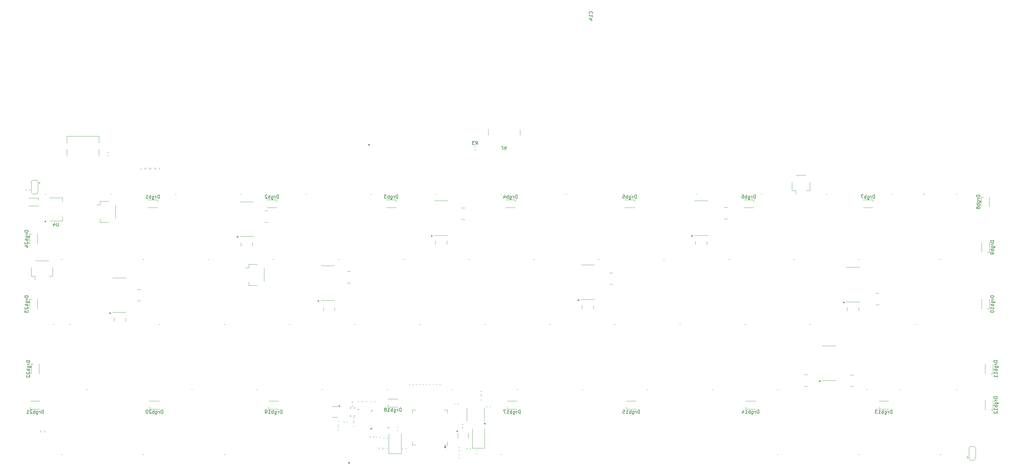
<source format=gbr>
%TF.GenerationSoftware,KiCad,Pcbnew,8.99.0-2230-g1cc11bc589*%
%TF.CreationDate,2024-09-07T16:13:30+07:00*%
%TF.ProjectId,Azimuth_PCB,417a696d-7574-4685-9f50-43422e6b6963,rev?*%
%TF.SameCoordinates,Original*%
%TF.FileFunction,Legend,Bot*%
%TF.FilePolarity,Positive*%
%FSLAX46Y46*%
G04 Gerber Fmt 4.6, Leading zero omitted, Abs format (unit mm)*
G04 Created by KiCad (PCBNEW 8.99.0-2230-g1cc11bc589) date 2024-09-07 16:13:30*
%MOMM*%
%LPD*%
G01*
G04 APERTURE LIST*
%ADD10C,0.500000*%
%ADD11C,0.150000*%
%ADD12C,0.120000*%
%ADD13C,0.127000*%
%ADD14C,0.200000*%
G04 APERTURE END LIST*
D10*
X320233869Y-418421561D02*
X320233337Y-418421282D01*
X326033479Y-325321425D02*
X326034011Y-325321704D01*
D11*
X474052380Y-340954819D02*
X474052380Y-339954819D01*
X474052380Y-339954819D02*
X473814285Y-339954819D01*
X473814285Y-339954819D02*
X473671428Y-340002438D01*
X473671428Y-340002438D02*
X473576190Y-340097676D01*
X473576190Y-340097676D02*
X473528571Y-340192914D01*
X473528571Y-340192914D02*
X473480952Y-340383390D01*
X473480952Y-340383390D02*
X473480952Y-340526247D01*
X473480952Y-340526247D02*
X473528571Y-340716723D01*
X473528571Y-340716723D02*
X473576190Y-340811961D01*
X473576190Y-340811961D02*
X473671428Y-340907200D01*
X473671428Y-340907200D02*
X473814285Y-340954819D01*
X473814285Y-340954819D02*
X474052380Y-340954819D01*
X473052380Y-340954819D02*
X473052380Y-340288152D01*
X473052380Y-340478628D02*
X473004761Y-340383390D01*
X473004761Y-340383390D02*
X472957142Y-340335771D01*
X472957142Y-340335771D02*
X472861904Y-340288152D01*
X472861904Y-340288152D02*
X472766666Y-340288152D01*
X472004761Y-340288152D02*
X472004761Y-341097676D01*
X472004761Y-341097676D02*
X472052380Y-341192914D01*
X472052380Y-341192914D02*
X472099999Y-341240533D01*
X472099999Y-341240533D02*
X472195237Y-341288152D01*
X472195237Y-341288152D02*
X472338094Y-341288152D01*
X472338094Y-341288152D02*
X472433332Y-341240533D01*
X472004761Y-340907200D02*
X472099999Y-340954819D01*
X472099999Y-340954819D02*
X472290475Y-340954819D01*
X472290475Y-340954819D02*
X472385713Y-340907200D01*
X472385713Y-340907200D02*
X472433332Y-340859580D01*
X472433332Y-340859580D02*
X472480951Y-340764342D01*
X472480951Y-340764342D02*
X472480951Y-340478628D01*
X472480951Y-340478628D02*
X472433332Y-340383390D01*
X472433332Y-340383390D02*
X472385713Y-340335771D01*
X472385713Y-340335771D02*
X472290475Y-340288152D01*
X472290475Y-340288152D02*
X472099999Y-340288152D01*
X472099999Y-340288152D02*
X472004761Y-340335771D01*
X471528570Y-340954819D02*
X471528570Y-339954819D01*
X471528570Y-340335771D02*
X471433332Y-340288152D01*
X471433332Y-340288152D02*
X471242856Y-340288152D01*
X471242856Y-340288152D02*
X471147618Y-340335771D01*
X471147618Y-340335771D02*
X471099999Y-340383390D01*
X471099999Y-340383390D02*
X471052380Y-340478628D01*
X471052380Y-340478628D02*
X471052380Y-340764342D01*
X471052380Y-340764342D02*
X471099999Y-340859580D01*
X471099999Y-340859580D02*
X471147618Y-340907200D01*
X471147618Y-340907200D02*
X471242856Y-340954819D01*
X471242856Y-340954819D02*
X471433332Y-340954819D01*
X471433332Y-340954819D02*
X471528570Y-340907200D01*
X470719046Y-339954819D02*
X470052380Y-339954819D01*
X470052380Y-339954819D02*
X470480951Y-340954819D01*
X391334580Y-286897142D02*
X391382200Y-286849523D01*
X391382200Y-286849523D02*
X391429819Y-286706666D01*
X391429819Y-286706666D02*
X391429819Y-286611428D01*
X391429819Y-286611428D02*
X391382200Y-286468571D01*
X391382200Y-286468571D02*
X391286961Y-286373333D01*
X391286961Y-286373333D02*
X391191723Y-286325714D01*
X391191723Y-286325714D02*
X391001247Y-286278095D01*
X391001247Y-286278095D02*
X390858390Y-286278095D01*
X390858390Y-286278095D02*
X390667914Y-286325714D01*
X390667914Y-286325714D02*
X390572676Y-286373333D01*
X390572676Y-286373333D02*
X390477438Y-286468571D01*
X390477438Y-286468571D02*
X390429819Y-286611428D01*
X390429819Y-286611428D02*
X390429819Y-286706666D01*
X390429819Y-286706666D02*
X390477438Y-286849523D01*
X390477438Y-286849523D02*
X390525057Y-286897142D01*
X391429819Y-287849523D02*
X391429819Y-287278095D01*
X391429819Y-287563809D02*
X390429819Y-287563809D01*
X390429819Y-287563809D02*
X390572676Y-287468571D01*
X390572676Y-287468571D02*
X390667914Y-287373333D01*
X390667914Y-287373333D02*
X390715533Y-287278095D01*
X390763152Y-288706666D02*
X391429819Y-288706666D01*
X390382200Y-288468571D02*
X391096485Y-288230476D01*
X391096485Y-288230476D02*
X391096485Y-288849523D01*
X357251666Y-325244819D02*
X357584999Y-324768628D01*
X357823094Y-325244819D02*
X357823094Y-324244819D01*
X357823094Y-324244819D02*
X357442142Y-324244819D01*
X357442142Y-324244819D02*
X357346904Y-324292438D01*
X357346904Y-324292438D02*
X357299285Y-324340057D01*
X357299285Y-324340057D02*
X357251666Y-324435295D01*
X357251666Y-324435295D02*
X357251666Y-324578152D01*
X357251666Y-324578152D02*
X357299285Y-324673390D01*
X357299285Y-324673390D02*
X357346904Y-324721009D01*
X357346904Y-324721009D02*
X357442142Y-324768628D01*
X357442142Y-324768628D02*
X357823094Y-324768628D01*
X356918332Y-324244819D02*
X356299285Y-324244819D01*
X356299285Y-324244819D02*
X356632618Y-324625771D01*
X356632618Y-324625771D02*
X356489761Y-324625771D01*
X356489761Y-324625771D02*
X356394523Y-324673390D01*
X356394523Y-324673390D02*
X356346904Y-324721009D01*
X356346904Y-324721009D02*
X356299285Y-324816247D01*
X356299285Y-324816247D02*
X356299285Y-325054342D01*
X356299285Y-325054342D02*
X356346904Y-325149580D01*
X356346904Y-325149580D02*
X356394523Y-325197200D01*
X356394523Y-325197200D02*
X356489761Y-325244819D01*
X356489761Y-325244819D02*
X356775475Y-325244819D01*
X356775475Y-325244819D02*
X356870713Y-325197200D01*
X356870713Y-325197200D02*
X356918332Y-325149580D01*
X508954819Y-353347619D02*
X507954819Y-353347619D01*
X507954819Y-353347619D02*
X507954819Y-353585714D01*
X507954819Y-353585714D02*
X508002438Y-353728571D01*
X508002438Y-353728571D02*
X508097676Y-353823809D01*
X508097676Y-353823809D02*
X508192914Y-353871428D01*
X508192914Y-353871428D02*
X508383390Y-353919047D01*
X508383390Y-353919047D02*
X508526247Y-353919047D01*
X508526247Y-353919047D02*
X508716723Y-353871428D01*
X508716723Y-353871428D02*
X508811961Y-353823809D01*
X508811961Y-353823809D02*
X508907200Y-353728571D01*
X508907200Y-353728571D02*
X508954819Y-353585714D01*
X508954819Y-353585714D02*
X508954819Y-353347619D01*
X508954819Y-354347619D02*
X508288152Y-354347619D01*
X508478628Y-354347619D02*
X508383390Y-354395238D01*
X508383390Y-354395238D02*
X508335771Y-354442857D01*
X508335771Y-354442857D02*
X508288152Y-354538095D01*
X508288152Y-354538095D02*
X508288152Y-354633333D01*
X508288152Y-355395238D02*
X509097676Y-355395238D01*
X509097676Y-355395238D02*
X509192914Y-355347619D01*
X509192914Y-355347619D02*
X509240533Y-355300000D01*
X509240533Y-355300000D02*
X509288152Y-355204762D01*
X509288152Y-355204762D02*
X509288152Y-355061905D01*
X509288152Y-355061905D02*
X509240533Y-354966667D01*
X508907200Y-355395238D02*
X508954819Y-355300000D01*
X508954819Y-355300000D02*
X508954819Y-355109524D01*
X508954819Y-355109524D02*
X508907200Y-355014286D01*
X508907200Y-355014286D02*
X508859580Y-354966667D01*
X508859580Y-354966667D02*
X508764342Y-354919048D01*
X508764342Y-354919048D02*
X508478628Y-354919048D01*
X508478628Y-354919048D02*
X508383390Y-354966667D01*
X508383390Y-354966667D02*
X508335771Y-355014286D01*
X508335771Y-355014286D02*
X508288152Y-355109524D01*
X508288152Y-355109524D02*
X508288152Y-355300000D01*
X508288152Y-355300000D02*
X508335771Y-355395238D01*
X508954819Y-355871429D02*
X507954819Y-355871429D01*
X508335771Y-355871429D02*
X508288152Y-355966667D01*
X508288152Y-355966667D02*
X508288152Y-356157143D01*
X508288152Y-356157143D02*
X508335771Y-356252381D01*
X508335771Y-356252381D02*
X508383390Y-356300000D01*
X508383390Y-356300000D02*
X508478628Y-356347619D01*
X508478628Y-356347619D02*
X508764342Y-356347619D01*
X508764342Y-356347619D02*
X508859580Y-356300000D01*
X508859580Y-356300000D02*
X508907200Y-356252381D01*
X508907200Y-356252381D02*
X508954819Y-356157143D01*
X508954819Y-356157143D02*
X508954819Y-355966667D01*
X508954819Y-355966667D02*
X508907200Y-355871429D01*
X508954819Y-356823810D02*
X508954819Y-357014286D01*
X508954819Y-357014286D02*
X508907200Y-357109524D01*
X508907200Y-357109524D02*
X508859580Y-357157143D01*
X508859580Y-357157143D02*
X508716723Y-357252381D01*
X508716723Y-357252381D02*
X508526247Y-357300000D01*
X508526247Y-357300000D02*
X508145295Y-357300000D01*
X508145295Y-357300000D02*
X508050057Y-357252381D01*
X508050057Y-357252381D02*
X508002438Y-357204762D01*
X508002438Y-357204762D02*
X507954819Y-357109524D01*
X507954819Y-357109524D02*
X507954819Y-356919048D01*
X507954819Y-356919048D02*
X508002438Y-356823810D01*
X508002438Y-356823810D02*
X508050057Y-356776191D01*
X508050057Y-356776191D02*
X508145295Y-356728572D01*
X508145295Y-356728572D02*
X508383390Y-356728572D01*
X508383390Y-356728572D02*
X508478628Y-356776191D01*
X508478628Y-356776191D02*
X508526247Y-356823810D01*
X508526247Y-356823810D02*
X508573866Y-356919048D01*
X508573866Y-356919048D02*
X508573866Y-357109524D01*
X508573866Y-357109524D02*
X508526247Y-357204762D01*
X508526247Y-357204762D02*
X508478628Y-357252381D01*
X508478628Y-357252381D02*
X508383390Y-357300000D01*
X265628571Y-403954819D02*
X265628571Y-402954819D01*
X265628571Y-402954819D02*
X265390476Y-402954819D01*
X265390476Y-402954819D02*
X265247619Y-403002438D01*
X265247619Y-403002438D02*
X265152381Y-403097676D01*
X265152381Y-403097676D02*
X265104762Y-403192914D01*
X265104762Y-403192914D02*
X265057143Y-403383390D01*
X265057143Y-403383390D02*
X265057143Y-403526247D01*
X265057143Y-403526247D02*
X265104762Y-403716723D01*
X265104762Y-403716723D02*
X265152381Y-403811961D01*
X265152381Y-403811961D02*
X265247619Y-403907200D01*
X265247619Y-403907200D02*
X265390476Y-403954819D01*
X265390476Y-403954819D02*
X265628571Y-403954819D01*
X264628571Y-403954819D02*
X264628571Y-403288152D01*
X264628571Y-403478628D02*
X264580952Y-403383390D01*
X264580952Y-403383390D02*
X264533333Y-403335771D01*
X264533333Y-403335771D02*
X264438095Y-403288152D01*
X264438095Y-403288152D02*
X264342857Y-403288152D01*
X263580952Y-403288152D02*
X263580952Y-404097676D01*
X263580952Y-404097676D02*
X263628571Y-404192914D01*
X263628571Y-404192914D02*
X263676190Y-404240533D01*
X263676190Y-404240533D02*
X263771428Y-404288152D01*
X263771428Y-404288152D02*
X263914285Y-404288152D01*
X263914285Y-404288152D02*
X264009523Y-404240533D01*
X263580952Y-403907200D02*
X263676190Y-403954819D01*
X263676190Y-403954819D02*
X263866666Y-403954819D01*
X263866666Y-403954819D02*
X263961904Y-403907200D01*
X263961904Y-403907200D02*
X264009523Y-403859580D01*
X264009523Y-403859580D02*
X264057142Y-403764342D01*
X264057142Y-403764342D02*
X264057142Y-403478628D01*
X264057142Y-403478628D02*
X264009523Y-403383390D01*
X264009523Y-403383390D02*
X263961904Y-403335771D01*
X263961904Y-403335771D02*
X263866666Y-403288152D01*
X263866666Y-403288152D02*
X263676190Y-403288152D01*
X263676190Y-403288152D02*
X263580952Y-403335771D01*
X263104761Y-403954819D02*
X263104761Y-402954819D01*
X263104761Y-403335771D02*
X263009523Y-403288152D01*
X263009523Y-403288152D02*
X262819047Y-403288152D01*
X262819047Y-403288152D02*
X262723809Y-403335771D01*
X262723809Y-403335771D02*
X262676190Y-403383390D01*
X262676190Y-403383390D02*
X262628571Y-403478628D01*
X262628571Y-403478628D02*
X262628571Y-403764342D01*
X262628571Y-403764342D02*
X262676190Y-403859580D01*
X262676190Y-403859580D02*
X262723809Y-403907200D01*
X262723809Y-403907200D02*
X262819047Y-403954819D01*
X262819047Y-403954819D02*
X263009523Y-403954819D01*
X263009523Y-403954819D02*
X263104761Y-403907200D01*
X262247618Y-403050057D02*
X262199999Y-403002438D01*
X262199999Y-403002438D02*
X262104761Y-402954819D01*
X262104761Y-402954819D02*
X261866666Y-402954819D01*
X261866666Y-402954819D02*
X261771428Y-403002438D01*
X261771428Y-403002438D02*
X261723809Y-403050057D01*
X261723809Y-403050057D02*
X261676190Y-403145295D01*
X261676190Y-403145295D02*
X261676190Y-403240533D01*
X261676190Y-403240533D02*
X261723809Y-403383390D01*
X261723809Y-403383390D02*
X262295237Y-403954819D01*
X262295237Y-403954819D02*
X261676190Y-403954819D01*
X261057142Y-402954819D02*
X260961904Y-402954819D01*
X260961904Y-402954819D02*
X260866666Y-403002438D01*
X260866666Y-403002438D02*
X260819047Y-403050057D01*
X260819047Y-403050057D02*
X260771428Y-403145295D01*
X260771428Y-403145295D02*
X260723809Y-403335771D01*
X260723809Y-403335771D02*
X260723809Y-403573866D01*
X260723809Y-403573866D02*
X260771428Y-403764342D01*
X260771428Y-403764342D02*
X260819047Y-403859580D01*
X260819047Y-403859580D02*
X260866666Y-403907200D01*
X260866666Y-403907200D02*
X260961904Y-403954819D01*
X260961904Y-403954819D02*
X261057142Y-403954819D01*
X261057142Y-403954819D02*
X261152380Y-403907200D01*
X261152380Y-403907200D02*
X261199999Y-403859580D01*
X261199999Y-403859580D02*
X261247618Y-403764342D01*
X261247618Y-403764342D02*
X261295237Y-403573866D01*
X261295237Y-403573866D02*
X261295237Y-403335771D01*
X261295237Y-403335771D02*
X261247618Y-403145295D01*
X261247618Y-403145295D02*
X261199999Y-403050057D01*
X261199999Y-403050057D02*
X261152380Y-403002438D01*
X261152380Y-403002438D02*
X261057142Y-402954819D01*
X299552380Y-340954819D02*
X299552380Y-339954819D01*
X299552380Y-339954819D02*
X299314285Y-339954819D01*
X299314285Y-339954819D02*
X299171428Y-340002438D01*
X299171428Y-340002438D02*
X299076190Y-340097676D01*
X299076190Y-340097676D02*
X299028571Y-340192914D01*
X299028571Y-340192914D02*
X298980952Y-340383390D01*
X298980952Y-340383390D02*
X298980952Y-340526247D01*
X298980952Y-340526247D02*
X299028571Y-340716723D01*
X299028571Y-340716723D02*
X299076190Y-340811961D01*
X299076190Y-340811961D02*
X299171428Y-340907200D01*
X299171428Y-340907200D02*
X299314285Y-340954819D01*
X299314285Y-340954819D02*
X299552380Y-340954819D01*
X298552380Y-340954819D02*
X298552380Y-340288152D01*
X298552380Y-340478628D02*
X298504761Y-340383390D01*
X298504761Y-340383390D02*
X298457142Y-340335771D01*
X298457142Y-340335771D02*
X298361904Y-340288152D01*
X298361904Y-340288152D02*
X298266666Y-340288152D01*
X297504761Y-340288152D02*
X297504761Y-341097676D01*
X297504761Y-341097676D02*
X297552380Y-341192914D01*
X297552380Y-341192914D02*
X297599999Y-341240533D01*
X297599999Y-341240533D02*
X297695237Y-341288152D01*
X297695237Y-341288152D02*
X297838094Y-341288152D01*
X297838094Y-341288152D02*
X297933332Y-341240533D01*
X297504761Y-340907200D02*
X297599999Y-340954819D01*
X297599999Y-340954819D02*
X297790475Y-340954819D01*
X297790475Y-340954819D02*
X297885713Y-340907200D01*
X297885713Y-340907200D02*
X297933332Y-340859580D01*
X297933332Y-340859580D02*
X297980951Y-340764342D01*
X297980951Y-340764342D02*
X297980951Y-340478628D01*
X297980951Y-340478628D02*
X297933332Y-340383390D01*
X297933332Y-340383390D02*
X297885713Y-340335771D01*
X297885713Y-340335771D02*
X297790475Y-340288152D01*
X297790475Y-340288152D02*
X297599999Y-340288152D01*
X297599999Y-340288152D02*
X297504761Y-340335771D01*
X297028570Y-340954819D02*
X297028570Y-339954819D01*
X297028570Y-340335771D02*
X296933332Y-340288152D01*
X296933332Y-340288152D02*
X296742856Y-340288152D01*
X296742856Y-340288152D02*
X296647618Y-340335771D01*
X296647618Y-340335771D02*
X296599999Y-340383390D01*
X296599999Y-340383390D02*
X296552380Y-340478628D01*
X296552380Y-340478628D02*
X296552380Y-340764342D01*
X296552380Y-340764342D02*
X296599999Y-340859580D01*
X296599999Y-340859580D02*
X296647618Y-340907200D01*
X296647618Y-340907200D02*
X296742856Y-340954819D01*
X296742856Y-340954819D02*
X296933332Y-340954819D01*
X296933332Y-340954819D02*
X297028570Y-340907200D01*
X296171427Y-340050057D02*
X296123808Y-340002438D01*
X296123808Y-340002438D02*
X296028570Y-339954819D01*
X296028570Y-339954819D02*
X295790475Y-339954819D01*
X295790475Y-339954819D02*
X295695237Y-340002438D01*
X295695237Y-340002438D02*
X295647618Y-340050057D01*
X295647618Y-340050057D02*
X295599999Y-340145295D01*
X295599999Y-340145295D02*
X295599999Y-340240533D01*
X295599999Y-340240533D02*
X295647618Y-340383390D01*
X295647618Y-340383390D02*
X296219046Y-340954819D01*
X296219046Y-340954819D02*
X295599999Y-340954819D01*
X226254819Y-350371428D02*
X225254819Y-350371428D01*
X225254819Y-350371428D02*
X225254819Y-350609523D01*
X225254819Y-350609523D02*
X225302438Y-350752380D01*
X225302438Y-350752380D02*
X225397676Y-350847618D01*
X225397676Y-350847618D02*
X225492914Y-350895237D01*
X225492914Y-350895237D02*
X225683390Y-350942856D01*
X225683390Y-350942856D02*
X225826247Y-350942856D01*
X225826247Y-350942856D02*
X226016723Y-350895237D01*
X226016723Y-350895237D02*
X226111961Y-350847618D01*
X226111961Y-350847618D02*
X226207200Y-350752380D01*
X226207200Y-350752380D02*
X226254819Y-350609523D01*
X226254819Y-350609523D02*
X226254819Y-350371428D01*
X226254819Y-351371428D02*
X225588152Y-351371428D01*
X225778628Y-351371428D02*
X225683390Y-351419047D01*
X225683390Y-351419047D02*
X225635771Y-351466666D01*
X225635771Y-351466666D02*
X225588152Y-351561904D01*
X225588152Y-351561904D02*
X225588152Y-351657142D01*
X225588152Y-352419047D02*
X226397676Y-352419047D01*
X226397676Y-352419047D02*
X226492914Y-352371428D01*
X226492914Y-352371428D02*
X226540533Y-352323809D01*
X226540533Y-352323809D02*
X226588152Y-352228571D01*
X226588152Y-352228571D02*
X226588152Y-352085714D01*
X226588152Y-352085714D02*
X226540533Y-351990476D01*
X226207200Y-352419047D02*
X226254819Y-352323809D01*
X226254819Y-352323809D02*
X226254819Y-352133333D01*
X226254819Y-352133333D02*
X226207200Y-352038095D01*
X226207200Y-352038095D02*
X226159580Y-351990476D01*
X226159580Y-351990476D02*
X226064342Y-351942857D01*
X226064342Y-351942857D02*
X225778628Y-351942857D01*
X225778628Y-351942857D02*
X225683390Y-351990476D01*
X225683390Y-351990476D02*
X225635771Y-352038095D01*
X225635771Y-352038095D02*
X225588152Y-352133333D01*
X225588152Y-352133333D02*
X225588152Y-352323809D01*
X225588152Y-352323809D02*
X225635771Y-352419047D01*
X226254819Y-352895238D02*
X225254819Y-352895238D01*
X225635771Y-352895238D02*
X225588152Y-352990476D01*
X225588152Y-352990476D02*
X225588152Y-353180952D01*
X225588152Y-353180952D02*
X225635771Y-353276190D01*
X225635771Y-353276190D02*
X225683390Y-353323809D01*
X225683390Y-353323809D02*
X225778628Y-353371428D01*
X225778628Y-353371428D02*
X226064342Y-353371428D01*
X226064342Y-353371428D02*
X226159580Y-353323809D01*
X226159580Y-353323809D02*
X226207200Y-353276190D01*
X226207200Y-353276190D02*
X226254819Y-353180952D01*
X226254819Y-353180952D02*
X226254819Y-352990476D01*
X226254819Y-352990476D02*
X226207200Y-352895238D01*
X225350057Y-353752381D02*
X225302438Y-353800000D01*
X225302438Y-353800000D02*
X225254819Y-353895238D01*
X225254819Y-353895238D02*
X225254819Y-354133333D01*
X225254819Y-354133333D02*
X225302438Y-354228571D01*
X225302438Y-354228571D02*
X225350057Y-354276190D01*
X225350057Y-354276190D02*
X225445295Y-354323809D01*
X225445295Y-354323809D02*
X225540533Y-354323809D01*
X225540533Y-354323809D02*
X225683390Y-354276190D01*
X225683390Y-354276190D02*
X226254819Y-353704762D01*
X226254819Y-353704762D02*
X226254819Y-354323809D01*
X225588152Y-355180952D02*
X226254819Y-355180952D01*
X225207200Y-354942857D02*
X225921485Y-354704762D01*
X225921485Y-354704762D02*
X225921485Y-355323809D01*
X365226666Y-326740180D02*
X365226666Y-326025895D01*
X365226666Y-326025895D02*
X365179047Y-325883038D01*
X365179047Y-325883038D02*
X365083809Y-325787800D01*
X365083809Y-325787800D02*
X364940952Y-325740180D01*
X364940952Y-325740180D02*
X364845714Y-325740180D01*
X366131428Y-326406847D02*
X366131428Y-325740180D01*
X365893333Y-326787800D02*
X365655238Y-326073514D01*
X365655238Y-326073514D02*
X366274285Y-326073514D01*
X226754819Y-388471428D02*
X225754819Y-388471428D01*
X225754819Y-388471428D02*
X225754819Y-388709523D01*
X225754819Y-388709523D02*
X225802438Y-388852380D01*
X225802438Y-388852380D02*
X225897676Y-388947618D01*
X225897676Y-388947618D02*
X225992914Y-388995237D01*
X225992914Y-388995237D02*
X226183390Y-389042856D01*
X226183390Y-389042856D02*
X226326247Y-389042856D01*
X226326247Y-389042856D02*
X226516723Y-388995237D01*
X226516723Y-388995237D02*
X226611961Y-388947618D01*
X226611961Y-388947618D02*
X226707200Y-388852380D01*
X226707200Y-388852380D02*
X226754819Y-388709523D01*
X226754819Y-388709523D02*
X226754819Y-388471428D01*
X226754819Y-389471428D02*
X226088152Y-389471428D01*
X226278628Y-389471428D02*
X226183390Y-389519047D01*
X226183390Y-389519047D02*
X226135771Y-389566666D01*
X226135771Y-389566666D02*
X226088152Y-389661904D01*
X226088152Y-389661904D02*
X226088152Y-389757142D01*
X226088152Y-390519047D02*
X226897676Y-390519047D01*
X226897676Y-390519047D02*
X226992914Y-390471428D01*
X226992914Y-390471428D02*
X227040533Y-390423809D01*
X227040533Y-390423809D02*
X227088152Y-390328571D01*
X227088152Y-390328571D02*
X227088152Y-390185714D01*
X227088152Y-390185714D02*
X227040533Y-390090476D01*
X226707200Y-390519047D02*
X226754819Y-390423809D01*
X226754819Y-390423809D02*
X226754819Y-390233333D01*
X226754819Y-390233333D02*
X226707200Y-390138095D01*
X226707200Y-390138095D02*
X226659580Y-390090476D01*
X226659580Y-390090476D02*
X226564342Y-390042857D01*
X226564342Y-390042857D02*
X226278628Y-390042857D01*
X226278628Y-390042857D02*
X226183390Y-390090476D01*
X226183390Y-390090476D02*
X226135771Y-390138095D01*
X226135771Y-390138095D02*
X226088152Y-390233333D01*
X226088152Y-390233333D02*
X226088152Y-390423809D01*
X226088152Y-390423809D02*
X226135771Y-390519047D01*
X226754819Y-390995238D02*
X225754819Y-390995238D01*
X226135771Y-390995238D02*
X226088152Y-391090476D01*
X226088152Y-391090476D02*
X226088152Y-391280952D01*
X226088152Y-391280952D02*
X226135771Y-391376190D01*
X226135771Y-391376190D02*
X226183390Y-391423809D01*
X226183390Y-391423809D02*
X226278628Y-391471428D01*
X226278628Y-391471428D02*
X226564342Y-391471428D01*
X226564342Y-391471428D02*
X226659580Y-391423809D01*
X226659580Y-391423809D02*
X226707200Y-391376190D01*
X226707200Y-391376190D02*
X226754819Y-391280952D01*
X226754819Y-391280952D02*
X226754819Y-391090476D01*
X226754819Y-391090476D02*
X226707200Y-390995238D01*
X225850057Y-391852381D02*
X225802438Y-391900000D01*
X225802438Y-391900000D02*
X225754819Y-391995238D01*
X225754819Y-391995238D02*
X225754819Y-392233333D01*
X225754819Y-392233333D02*
X225802438Y-392328571D01*
X225802438Y-392328571D02*
X225850057Y-392376190D01*
X225850057Y-392376190D02*
X225945295Y-392423809D01*
X225945295Y-392423809D02*
X226040533Y-392423809D01*
X226040533Y-392423809D02*
X226183390Y-392376190D01*
X226183390Y-392376190D02*
X226754819Y-391804762D01*
X226754819Y-391804762D02*
X226754819Y-392423809D01*
X225850057Y-392804762D02*
X225802438Y-392852381D01*
X225802438Y-392852381D02*
X225754819Y-392947619D01*
X225754819Y-392947619D02*
X225754819Y-393185714D01*
X225754819Y-393185714D02*
X225802438Y-393280952D01*
X225802438Y-393280952D02*
X225850057Y-393328571D01*
X225850057Y-393328571D02*
X225945295Y-393376190D01*
X225945295Y-393376190D02*
X226040533Y-393376190D01*
X226040533Y-393376190D02*
X226183390Y-393328571D01*
X226183390Y-393328571D02*
X226754819Y-392757143D01*
X226754819Y-392757143D02*
X226754819Y-393376190D01*
X504834819Y-340057619D02*
X503834819Y-340057619D01*
X503834819Y-340057619D02*
X503834819Y-340295714D01*
X503834819Y-340295714D02*
X503882438Y-340438571D01*
X503882438Y-340438571D02*
X503977676Y-340533809D01*
X503977676Y-340533809D02*
X504072914Y-340581428D01*
X504072914Y-340581428D02*
X504263390Y-340629047D01*
X504263390Y-340629047D02*
X504406247Y-340629047D01*
X504406247Y-340629047D02*
X504596723Y-340581428D01*
X504596723Y-340581428D02*
X504691961Y-340533809D01*
X504691961Y-340533809D02*
X504787200Y-340438571D01*
X504787200Y-340438571D02*
X504834819Y-340295714D01*
X504834819Y-340295714D02*
X504834819Y-340057619D01*
X504834819Y-341057619D02*
X504168152Y-341057619D01*
X504358628Y-341057619D02*
X504263390Y-341105238D01*
X504263390Y-341105238D02*
X504215771Y-341152857D01*
X504215771Y-341152857D02*
X504168152Y-341248095D01*
X504168152Y-341248095D02*
X504168152Y-341343333D01*
X504168152Y-342105238D02*
X504977676Y-342105238D01*
X504977676Y-342105238D02*
X505072914Y-342057619D01*
X505072914Y-342057619D02*
X505120533Y-342010000D01*
X505120533Y-342010000D02*
X505168152Y-341914762D01*
X505168152Y-341914762D02*
X505168152Y-341771905D01*
X505168152Y-341771905D02*
X505120533Y-341676667D01*
X504787200Y-342105238D02*
X504834819Y-342010000D01*
X504834819Y-342010000D02*
X504834819Y-341819524D01*
X504834819Y-341819524D02*
X504787200Y-341724286D01*
X504787200Y-341724286D02*
X504739580Y-341676667D01*
X504739580Y-341676667D02*
X504644342Y-341629048D01*
X504644342Y-341629048D02*
X504358628Y-341629048D01*
X504358628Y-341629048D02*
X504263390Y-341676667D01*
X504263390Y-341676667D02*
X504215771Y-341724286D01*
X504215771Y-341724286D02*
X504168152Y-341819524D01*
X504168152Y-341819524D02*
X504168152Y-342010000D01*
X504168152Y-342010000D02*
X504215771Y-342105238D01*
X504834819Y-342581429D02*
X503834819Y-342581429D01*
X504215771Y-342581429D02*
X504168152Y-342676667D01*
X504168152Y-342676667D02*
X504168152Y-342867143D01*
X504168152Y-342867143D02*
X504215771Y-342962381D01*
X504215771Y-342962381D02*
X504263390Y-343010000D01*
X504263390Y-343010000D02*
X504358628Y-343057619D01*
X504358628Y-343057619D02*
X504644342Y-343057619D01*
X504644342Y-343057619D02*
X504739580Y-343010000D01*
X504739580Y-343010000D02*
X504787200Y-342962381D01*
X504787200Y-342962381D02*
X504834819Y-342867143D01*
X504834819Y-342867143D02*
X504834819Y-342676667D01*
X504834819Y-342676667D02*
X504787200Y-342581429D01*
X504263390Y-343629048D02*
X504215771Y-343533810D01*
X504215771Y-343533810D02*
X504168152Y-343486191D01*
X504168152Y-343486191D02*
X504072914Y-343438572D01*
X504072914Y-343438572D02*
X504025295Y-343438572D01*
X504025295Y-343438572D02*
X503930057Y-343486191D01*
X503930057Y-343486191D02*
X503882438Y-343533810D01*
X503882438Y-343533810D02*
X503834819Y-343629048D01*
X503834819Y-343629048D02*
X503834819Y-343819524D01*
X503834819Y-343819524D02*
X503882438Y-343914762D01*
X503882438Y-343914762D02*
X503930057Y-343962381D01*
X503930057Y-343962381D02*
X504025295Y-344010000D01*
X504025295Y-344010000D02*
X504072914Y-344010000D01*
X504072914Y-344010000D02*
X504168152Y-343962381D01*
X504168152Y-343962381D02*
X504215771Y-343914762D01*
X504215771Y-343914762D02*
X504263390Y-343819524D01*
X504263390Y-343819524D02*
X504263390Y-343629048D01*
X504263390Y-343629048D02*
X504311009Y-343533810D01*
X504311009Y-343533810D02*
X504358628Y-343486191D01*
X504358628Y-343486191D02*
X504453866Y-343438572D01*
X504453866Y-343438572D02*
X504644342Y-343438572D01*
X504644342Y-343438572D02*
X504739580Y-343486191D01*
X504739580Y-343486191D02*
X504787200Y-343533810D01*
X504787200Y-343533810D02*
X504834819Y-343629048D01*
X504834819Y-343629048D02*
X504834819Y-343819524D01*
X504834819Y-343819524D02*
X504787200Y-343914762D01*
X504787200Y-343914762D02*
X504739580Y-343962381D01*
X504739580Y-343962381D02*
X504644342Y-344010000D01*
X504644342Y-344010000D02*
X504453866Y-344010000D01*
X504453866Y-344010000D02*
X504358628Y-343962381D01*
X504358628Y-343962381D02*
X504311009Y-343914762D01*
X504311009Y-343914762D02*
X504263390Y-343819524D01*
X509954819Y-399071428D02*
X508954819Y-399071428D01*
X508954819Y-399071428D02*
X508954819Y-399309523D01*
X508954819Y-399309523D02*
X509002438Y-399452380D01*
X509002438Y-399452380D02*
X509097676Y-399547618D01*
X509097676Y-399547618D02*
X509192914Y-399595237D01*
X509192914Y-399595237D02*
X509383390Y-399642856D01*
X509383390Y-399642856D02*
X509526247Y-399642856D01*
X509526247Y-399642856D02*
X509716723Y-399595237D01*
X509716723Y-399595237D02*
X509811961Y-399547618D01*
X509811961Y-399547618D02*
X509907200Y-399452380D01*
X509907200Y-399452380D02*
X509954819Y-399309523D01*
X509954819Y-399309523D02*
X509954819Y-399071428D01*
X509954819Y-400071428D02*
X509288152Y-400071428D01*
X509478628Y-400071428D02*
X509383390Y-400119047D01*
X509383390Y-400119047D02*
X509335771Y-400166666D01*
X509335771Y-400166666D02*
X509288152Y-400261904D01*
X509288152Y-400261904D02*
X509288152Y-400357142D01*
X509288152Y-401119047D02*
X510097676Y-401119047D01*
X510097676Y-401119047D02*
X510192914Y-401071428D01*
X510192914Y-401071428D02*
X510240533Y-401023809D01*
X510240533Y-401023809D02*
X510288152Y-400928571D01*
X510288152Y-400928571D02*
X510288152Y-400785714D01*
X510288152Y-400785714D02*
X510240533Y-400690476D01*
X509907200Y-401119047D02*
X509954819Y-401023809D01*
X509954819Y-401023809D02*
X509954819Y-400833333D01*
X509954819Y-400833333D02*
X509907200Y-400738095D01*
X509907200Y-400738095D02*
X509859580Y-400690476D01*
X509859580Y-400690476D02*
X509764342Y-400642857D01*
X509764342Y-400642857D02*
X509478628Y-400642857D01*
X509478628Y-400642857D02*
X509383390Y-400690476D01*
X509383390Y-400690476D02*
X509335771Y-400738095D01*
X509335771Y-400738095D02*
X509288152Y-400833333D01*
X509288152Y-400833333D02*
X509288152Y-401023809D01*
X509288152Y-401023809D02*
X509335771Y-401119047D01*
X509954819Y-401595238D02*
X508954819Y-401595238D01*
X509335771Y-401595238D02*
X509288152Y-401690476D01*
X509288152Y-401690476D02*
X509288152Y-401880952D01*
X509288152Y-401880952D02*
X509335771Y-401976190D01*
X509335771Y-401976190D02*
X509383390Y-402023809D01*
X509383390Y-402023809D02*
X509478628Y-402071428D01*
X509478628Y-402071428D02*
X509764342Y-402071428D01*
X509764342Y-402071428D02*
X509859580Y-402023809D01*
X509859580Y-402023809D02*
X509907200Y-401976190D01*
X509907200Y-401976190D02*
X509954819Y-401880952D01*
X509954819Y-401880952D02*
X509954819Y-401690476D01*
X509954819Y-401690476D02*
X509907200Y-401595238D01*
X509954819Y-403023809D02*
X509954819Y-402452381D01*
X509954819Y-402738095D02*
X508954819Y-402738095D01*
X508954819Y-402738095D02*
X509097676Y-402642857D01*
X509097676Y-402642857D02*
X509192914Y-402547619D01*
X509192914Y-402547619D02*
X509240533Y-402452381D01*
X509050057Y-403404762D02*
X509002438Y-403452381D01*
X509002438Y-403452381D02*
X508954819Y-403547619D01*
X508954819Y-403547619D02*
X508954819Y-403785714D01*
X508954819Y-403785714D02*
X509002438Y-403880952D01*
X509002438Y-403880952D02*
X509050057Y-403928571D01*
X509050057Y-403928571D02*
X509145295Y-403976190D01*
X509145295Y-403976190D02*
X509240533Y-403976190D01*
X509240533Y-403976190D02*
X509383390Y-403928571D01*
X509383390Y-403928571D02*
X509954819Y-403357143D01*
X509954819Y-403357143D02*
X509954819Y-403976190D01*
X370328571Y-403954819D02*
X370328571Y-402954819D01*
X370328571Y-402954819D02*
X370090476Y-402954819D01*
X370090476Y-402954819D02*
X369947619Y-403002438D01*
X369947619Y-403002438D02*
X369852381Y-403097676D01*
X369852381Y-403097676D02*
X369804762Y-403192914D01*
X369804762Y-403192914D02*
X369757143Y-403383390D01*
X369757143Y-403383390D02*
X369757143Y-403526247D01*
X369757143Y-403526247D02*
X369804762Y-403716723D01*
X369804762Y-403716723D02*
X369852381Y-403811961D01*
X369852381Y-403811961D02*
X369947619Y-403907200D01*
X369947619Y-403907200D02*
X370090476Y-403954819D01*
X370090476Y-403954819D02*
X370328571Y-403954819D01*
X369328571Y-403954819D02*
X369328571Y-403288152D01*
X369328571Y-403478628D02*
X369280952Y-403383390D01*
X369280952Y-403383390D02*
X369233333Y-403335771D01*
X369233333Y-403335771D02*
X369138095Y-403288152D01*
X369138095Y-403288152D02*
X369042857Y-403288152D01*
X368280952Y-403288152D02*
X368280952Y-404097676D01*
X368280952Y-404097676D02*
X368328571Y-404192914D01*
X368328571Y-404192914D02*
X368376190Y-404240533D01*
X368376190Y-404240533D02*
X368471428Y-404288152D01*
X368471428Y-404288152D02*
X368614285Y-404288152D01*
X368614285Y-404288152D02*
X368709523Y-404240533D01*
X368280952Y-403907200D02*
X368376190Y-403954819D01*
X368376190Y-403954819D02*
X368566666Y-403954819D01*
X368566666Y-403954819D02*
X368661904Y-403907200D01*
X368661904Y-403907200D02*
X368709523Y-403859580D01*
X368709523Y-403859580D02*
X368757142Y-403764342D01*
X368757142Y-403764342D02*
X368757142Y-403478628D01*
X368757142Y-403478628D02*
X368709523Y-403383390D01*
X368709523Y-403383390D02*
X368661904Y-403335771D01*
X368661904Y-403335771D02*
X368566666Y-403288152D01*
X368566666Y-403288152D02*
X368376190Y-403288152D01*
X368376190Y-403288152D02*
X368280952Y-403335771D01*
X367804761Y-403954819D02*
X367804761Y-402954819D01*
X367804761Y-403335771D02*
X367709523Y-403288152D01*
X367709523Y-403288152D02*
X367519047Y-403288152D01*
X367519047Y-403288152D02*
X367423809Y-403335771D01*
X367423809Y-403335771D02*
X367376190Y-403383390D01*
X367376190Y-403383390D02*
X367328571Y-403478628D01*
X367328571Y-403478628D02*
X367328571Y-403764342D01*
X367328571Y-403764342D02*
X367376190Y-403859580D01*
X367376190Y-403859580D02*
X367423809Y-403907200D01*
X367423809Y-403907200D02*
X367519047Y-403954819D01*
X367519047Y-403954819D02*
X367709523Y-403954819D01*
X367709523Y-403954819D02*
X367804761Y-403907200D01*
X366376190Y-403954819D02*
X366947618Y-403954819D01*
X366661904Y-403954819D02*
X366661904Y-402954819D01*
X366661904Y-402954819D02*
X366757142Y-403097676D01*
X366757142Y-403097676D02*
X366852380Y-403192914D01*
X366852380Y-403192914D02*
X366947618Y-403240533D01*
X366042856Y-402954819D02*
X365376190Y-402954819D01*
X365376190Y-402954819D02*
X365804761Y-403954819D01*
X508954819Y-369471428D02*
X507954819Y-369471428D01*
X507954819Y-369471428D02*
X507954819Y-369709523D01*
X507954819Y-369709523D02*
X508002438Y-369852380D01*
X508002438Y-369852380D02*
X508097676Y-369947618D01*
X508097676Y-369947618D02*
X508192914Y-369995237D01*
X508192914Y-369995237D02*
X508383390Y-370042856D01*
X508383390Y-370042856D02*
X508526247Y-370042856D01*
X508526247Y-370042856D02*
X508716723Y-369995237D01*
X508716723Y-369995237D02*
X508811961Y-369947618D01*
X508811961Y-369947618D02*
X508907200Y-369852380D01*
X508907200Y-369852380D02*
X508954819Y-369709523D01*
X508954819Y-369709523D02*
X508954819Y-369471428D01*
X508954819Y-370471428D02*
X508288152Y-370471428D01*
X508478628Y-370471428D02*
X508383390Y-370519047D01*
X508383390Y-370519047D02*
X508335771Y-370566666D01*
X508335771Y-370566666D02*
X508288152Y-370661904D01*
X508288152Y-370661904D02*
X508288152Y-370757142D01*
X508288152Y-371519047D02*
X509097676Y-371519047D01*
X509097676Y-371519047D02*
X509192914Y-371471428D01*
X509192914Y-371471428D02*
X509240533Y-371423809D01*
X509240533Y-371423809D02*
X509288152Y-371328571D01*
X509288152Y-371328571D02*
X509288152Y-371185714D01*
X509288152Y-371185714D02*
X509240533Y-371090476D01*
X508907200Y-371519047D02*
X508954819Y-371423809D01*
X508954819Y-371423809D02*
X508954819Y-371233333D01*
X508954819Y-371233333D02*
X508907200Y-371138095D01*
X508907200Y-371138095D02*
X508859580Y-371090476D01*
X508859580Y-371090476D02*
X508764342Y-371042857D01*
X508764342Y-371042857D02*
X508478628Y-371042857D01*
X508478628Y-371042857D02*
X508383390Y-371090476D01*
X508383390Y-371090476D02*
X508335771Y-371138095D01*
X508335771Y-371138095D02*
X508288152Y-371233333D01*
X508288152Y-371233333D02*
X508288152Y-371423809D01*
X508288152Y-371423809D02*
X508335771Y-371519047D01*
X508954819Y-371995238D02*
X507954819Y-371995238D01*
X508335771Y-371995238D02*
X508288152Y-372090476D01*
X508288152Y-372090476D02*
X508288152Y-372280952D01*
X508288152Y-372280952D02*
X508335771Y-372376190D01*
X508335771Y-372376190D02*
X508383390Y-372423809D01*
X508383390Y-372423809D02*
X508478628Y-372471428D01*
X508478628Y-372471428D02*
X508764342Y-372471428D01*
X508764342Y-372471428D02*
X508859580Y-372423809D01*
X508859580Y-372423809D02*
X508907200Y-372376190D01*
X508907200Y-372376190D02*
X508954819Y-372280952D01*
X508954819Y-372280952D02*
X508954819Y-372090476D01*
X508954819Y-372090476D02*
X508907200Y-371995238D01*
X508954819Y-373423809D02*
X508954819Y-372852381D01*
X508954819Y-373138095D02*
X507954819Y-373138095D01*
X507954819Y-373138095D02*
X508097676Y-373042857D01*
X508097676Y-373042857D02*
X508192914Y-372947619D01*
X508192914Y-372947619D02*
X508240533Y-372852381D01*
X507954819Y-374042857D02*
X507954819Y-374138095D01*
X507954819Y-374138095D02*
X508002438Y-374233333D01*
X508002438Y-374233333D02*
X508050057Y-374280952D01*
X508050057Y-374280952D02*
X508145295Y-374328571D01*
X508145295Y-374328571D02*
X508335771Y-374376190D01*
X508335771Y-374376190D02*
X508573866Y-374376190D01*
X508573866Y-374376190D02*
X508764342Y-374328571D01*
X508764342Y-374328571D02*
X508859580Y-374280952D01*
X508859580Y-374280952D02*
X508907200Y-374233333D01*
X508907200Y-374233333D02*
X508954819Y-374138095D01*
X508954819Y-374138095D02*
X508954819Y-374042857D01*
X508954819Y-374042857D02*
X508907200Y-373947619D01*
X508907200Y-373947619D02*
X508859580Y-373900000D01*
X508859580Y-373900000D02*
X508764342Y-373852381D01*
X508764342Y-373852381D02*
X508573866Y-373804762D01*
X508573866Y-373804762D02*
X508335771Y-373804762D01*
X508335771Y-373804762D02*
X508145295Y-373852381D01*
X508145295Y-373852381D02*
X508050057Y-373900000D01*
X508050057Y-373900000D02*
X508002438Y-373947619D01*
X508002438Y-373947619D02*
X507954819Y-374042857D01*
X235131904Y-348114819D02*
X235131904Y-348924342D01*
X235131904Y-348924342D02*
X235084285Y-349019580D01*
X235084285Y-349019580D02*
X235036666Y-349067200D01*
X235036666Y-349067200D02*
X234941428Y-349114819D01*
X234941428Y-349114819D02*
X234750952Y-349114819D01*
X234750952Y-349114819D02*
X234655714Y-349067200D01*
X234655714Y-349067200D02*
X234608095Y-349019580D01*
X234608095Y-349019580D02*
X234560476Y-348924342D01*
X234560476Y-348924342D02*
X234560476Y-348114819D01*
X233655714Y-348448152D02*
X233655714Y-349114819D01*
X233893809Y-348067200D02*
X234131904Y-348781485D01*
X234131904Y-348781485D02*
X233512857Y-348781485D01*
X230728571Y-403954819D02*
X230728571Y-402954819D01*
X230728571Y-402954819D02*
X230490476Y-402954819D01*
X230490476Y-402954819D02*
X230347619Y-403002438D01*
X230347619Y-403002438D02*
X230252381Y-403097676D01*
X230252381Y-403097676D02*
X230204762Y-403192914D01*
X230204762Y-403192914D02*
X230157143Y-403383390D01*
X230157143Y-403383390D02*
X230157143Y-403526247D01*
X230157143Y-403526247D02*
X230204762Y-403716723D01*
X230204762Y-403716723D02*
X230252381Y-403811961D01*
X230252381Y-403811961D02*
X230347619Y-403907200D01*
X230347619Y-403907200D02*
X230490476Y-403954819D01*
X230490476Y-403954819D02*
X230728571Y-403954819D01*
X229728571Y-403954819D02*
X229728571Y-403288152D01*
X229728571Y-403478628D02*
X229680952Y-403383390D01*
X229680952Y-403383390D02*
X229633333Y-403335771D01*
X229633333Y-403335771D02*
X229538095Y-403288152D01*
X229538095Y-403288152D02*
X229442857Y-403288152D01*
X228680952Y-403288152D02*
X228680952Y-404097676D01*
X228680952Y-404097676D02*
X228728571Y-404192914D01*
X228728571Y-404192914D02*
X228776190Y-404240533D01*
X228776190Y-404240533D02*
X228871428Y-404288152D01*
X228871428Y-404288152D02*
X229014285Y-404288152D01*
X229014285Y-404288152D02*
X229109523Y-404240533D01*
X228680952Y-403907200D02*
X228776190Y-403954819D01*
X228776190Y-403954819D02*
X228966666Y-403954819D01*
X228966666Y-403954819D02*
X229061904Y-403907200D01*
X229061904Y-403907200D02*
X229109523Y-403859580D01*
X229109523Y-403859580D02*
X229157142Y-403764342D01*
X229157142Y-403764342D02*
X229157142Y-403478628D01*
X229157142Y-403478628D02*
X229109523Y-403383390D01*
X229109523Y-403383390D02*
X229061904Y-403335771D01*
X229061904Y-403335771D02*
X228966666Y-403288152D01*
X228966666Y-403288152D02*
X228776190Y-403288152D01*
X228776190Y-403288152D02*
X228680952Y-403335771D01*
X228204761Y-403954819D02*
X228204761Y-402954819D01*
X228204761Y-403335771D02*
X228109523Y-403288152D01*
X228109523Y-403288152D02*
X227919047Y-403288152D01*
X227919047Y-403288152D02*
X227823809Y-403335771D01*
X227823809Y-403335771D02*
X227776190Y-403383390D01*
X227776190Y-403383390D02*
X227728571Y-403478628D01*
X227728571Y-403478628D02*
X227728571Y-403764342D01*
X227728571Y-403764342D02*
X227776190Y-403859580D01*
X227776190Y-403859580D02*
X227823809Y-403907200D01*
X227823809Y-403907200D02*
X227919047Y-403954819D01*
X227919047Y-403954819D02*
X228109523Y-403954819D01*
X228109523Y-403954819D02*
X228204761Y-403907200D01*
X227347618Y-403050057D02*
X227299999Y-403002438D01*
X227299999Y-403002438D02*
X227204761Y-402954819D01*
X227204761Y-402954819D02*
X226966666Y-402954819D01*
X226966666Y-402954819D02*
X226871428Y-403002438D01*
X226871428Y-403002438D02*
X226823809Y-403050057D01*
X226823809Y-403050057D02*
X226776190Y-403145295D01*
X226776190Y-403145295D02*
X226776190Y-403240533D01*
X226776190Y-403240533D02*
X226823809Y-403383390D01*
X226823809Y-403383390D02*
X227395237Y-403954819D01*
X227395237Y-403954819D02*
X226776190Y-403954819D01*
X225823809Y-403954819D02*
X226395237Y-403954819D01*
X226109523Y-403954819D02*
X226109523Y-402954819D01*
X226109523Y-402954819D02*
X226204761Y-403097676D01*
X226204761Y-403097676D02*
X226299999Y-403192914D01*
X226299999Y-403192914D02*
X226395237Y-403240533D01*
X405228571Y-403954819D02*
X405228571Y-402954819D01*
X405228571Y-402954819D02*
X404990476Y-402954819D01*
X404990476Y-402954819D02*
X404847619Y-403002438D01*
X404847619Y-403002438D02*
X404752381Y-403097676D01*
X404752381Y-403097676D02*
X404704762Y-403192914D01*
X404704762Y-403192914D02*
X404657143Y-403383390D01*
X404657143Y-403383390D02*
X404657143Y-403526247D01*
X404657143Y-403526247D02*
X404704762Y-403716723D01*
X404704762Y-403716723D02*
X404752381Y-403811961D01*
X404752381Y-403811961D02*
X404847619Y-403907200D01*
X404847619Y-403907200D02*
X404990476Y-403954819D01*
X404990476Y-403954819D02*
X405228571Y-403954819D01*
X404228571Y-403954819D02*
X404228571Y-403288152D01*
X404228571Y-403478628D02*
X404180952Y-403383390D01*
X404180952Y-403383390D02*
X404133333Y-403335771D01*
X404133333Y-403335771D02*
X404038095Y-403288152D01*
X404038095Y-403288152D02*
X403942857Y-403288152D01*
X403180952Y-403288152D02*
X403180952Y-404097676D01*
X403180952Y-404097676D02*
X403228571Y-404192914D01*
X403228571Y-404192914D02*
X403276190Y-404240533D01*
X403276190Y-404240533D02*
X403371428Y-404288152D01*
X403371428Y-404288152D02*
X403514285Y-404288152D01*
X403514285Y-404288152D02*
X403609523Y-404240533D01*
X403180952Y-403907200D02*
X403276190Y-403954819D01*
X403276190Y-403954819D02*
X403466666Y-403954819D01*
X403466666Y-403954819D02*
X403561904Y-403907200D01*
X403561904Y-403907200D02*
X403609523Y-403859580D01*
X403609523Y-403859580D02*
X403657142Y-403764342D01*
X403657142Y-403764342D02*
X403657142Y-403478628D01*
X403657142Y-403478628D02*
X403609523Y-403383390D01*
X403609523Y-403383390D02*
X403561904Y-403335771D01*
X403561904Y-403335771D02*
X403466666Y-403288152D01*
X403466666Y-403288152D02*
X403276190Y-403288152D01*
X403276190Y-403288152D02*
X403180952Y-403335771D01*
X402704761Y-403954819D02*
X402704761Y-402954819D01*
X402704761Y-403335771D02*
X402609523Y-403288152D01*
X402609523Y-403288152D02*
X402419047Y-403288152D01*
X402419047Y-403288152D02*
X402323809Y-403335771D01*
X402323809Y-403335771D02*
X402276190Y-403383390D01*
X402276190Y-403383390D02*
X402228571Y-403478628D01*
X402228571Y-403478628D02*
X402228571Y-403764342D01*
X402228571Y-403764342D02*
X402276190Y-403859580D01*
X402276190Y-403859580D02*
X402323809Y-403907200D01*
X402323809Y-403907200D02*
X402419047Y-403954819D01*
X402419047Y-403954819D02*
X402609523Y-403954819D01*
X402609523Y-403954819D02*
X402704761Y-403907200D01*
X401276190Y-403954819D02*
X401847618Y-403954819D01*
X401561904Y-403954819D02*
X401561904Y-402954819D01*
X401561904Y-402954819D02*
X401657142Y-403097676D01*
X401657142Y-403097676D02*
X401752380Y-403192914D01*
X401752380Y-403192914D02*
X401847618Y-403240533D01*
X400371428Y-402954819D02*
X400847618Y-402954819D01*
X400847618Y-402954819D02*
X400895237Y-403431009D01*
X400895237Y-403431009D02*
X400847618Y-403383390D01*
X400847618Y-403383390D02*
X400752380Y-403335771D01*
X400752380Y-403335771D02*
X400514285Y-403335771D01*
X400514285Y-403335771D02*
X400419047Y-403383390D01*
X400419047Y-403383390D02*
X400371428Y-403431009D01*
X400371428Y-403431009D02*
X400323809Y-403526247D01*
X400323809Y-403526247D02*
X400323809Y-403764342D01*
X400323809Y-403764342D02*
X400371428Y-403859580D01*
X400371428Y-403859580D02*
X400419047Y-403907200D01*
X400419047Y-403907200D02*
X400514285Y-403954819D01*
X400514285Y-403954819D02*
X400752380Y-403954819D01*
X400752380Y-403954819D02*
X400847618Y-403907200D01*
X400847618Y-403907200D02*
X400895237Y-403859580D01*
X335428571Y-403354819D02*
X335428571Y-402354819D01*
X335428571Y-402354819D02*
X335190476Y-402354819D01*
X335190476Y-402354819D02*
X335047619Y-402402438D01*
X335047619Y-402402438D02*
X334952381Y-402497676D01*
X334952381Y-402497676D02*
X334904762Y-402592914D01*
X334904762Y-402592914D02*
X334857143Y-402783390D01*
X334857143Y-402783390D02*
X334857143Y-402926247D01*
X334857143Y-402926247D02*
X334904762Y-403116723D01*
X334904762Y-403116723D02*
X334952381Y-403211961D01*
X334952381Y-403211961D02*
X335047619Y-403307200D01*
X335047619Y-403307200D02*
X335190476Y-403354819D01*
X335190476Y-403354819D02*
X335428571Y-403354819D01*
X334428571Y-403354819D02*
X334428571Y-402688152D01*
X334428571Y-402878628D02*
X334380952Y-402783390D01*
X334380952Y-402783390D02*
X334333333Y-402735771D01*
X334333333Y-402735771D02*
X334238095Y-402688152D01*
X334238095Y-402688152D02*
X334142857Y-402688152D01*
X333380952Y-402688152D02*
X333380952Y-403497676D01*
X333380952Y-403497676D02*
X333428571Y-403592914D01*
X333428571Y-403592914D02*
X333476190Y-403640533D01*
X333476190Y-403640533D02*
X333571428Y-403688152D01*
X333571428Y-403688152D02*
X333714285Y-403688152D01*
X333714285Y-403688152D02*
X333809523Y-403640533D01*
X333380952Y-403307200D02*
X333476190Y-403354819D01*
X333476190Y-403354819D02*
X333666666Y-403354819D01*
X333666666Y-403354819D02*
X333761904Y-403307200D01*
X333761904Y-403307200D02*
X333809523Y-403259580D01*
X333809523Y-403259580D02*
X333857142Y-403164342D01*
X333857142Y-403164342D02*
X333857142Y-402878628D01*
X333857142Y-402878628D02*
X333809523Y-402783390D01*
X333809523Y-402783390D02*
X333761904Y-402735771D01*
X333761904Y-402735771D02*
X333666666Y-402688152D01*
X333666666Y-402688152D02*
X333476190Y-402688152D01*
X333476190Y-402688152D02*
X333380952Y-402735771D01*
X332904761Y-403354819D02*
X332904761Y-402354819D01*
X332904761Y-402735771D02*
X332809523Y-402688152D01*
X332809523Y-402688152D02*
X332619047Y-402688152D01*
X332619047Y-402688152D02*
X332523809Y-402735771D01*
X332523809Y-402735771D02*
X332476190Y-402783390D01*
X332476190Y-402783390D02*
X332428571Y-402878628D01*
X332428571Y-402878628D02*
X332428571Y-403164342D01*
X332428571Y-403164342D02*
X332476190Y-403259580D01*
X332476190Y-403259580D02*
X332523809Y-403307200D01*
X332523809Y-403307200D02*
X332619047Y-403354819D01*
X332619047Y-403354819D02*
X332809523Y-403354819D01*
X332809523Y-403354819D02*
X332904761Y-403307200D01*
X331476190Y-403354819D02*
X332047618Y-403354819D01*
X331761904Y-403354819D02*
X331761904Y-402354819D01*
X331761904Y-402354819D02*
X331857142Y-402497676D01*
X331857142Y-402497676D02*
X331952380Y-402592914D01*
X331952380Y-402592914D02*
X332047618Y-402640533D01*
X330904761Y-402783390D02*
X330999999Y-402735771D01*
X330999999Y-402735771D02*
X331047618Y-402688152D01*
X331047618Y-402688152D02*
X331095237Y-402592914D01*
X331095237Y-402592914D02*
X331095237Y-402545295D01*
X331095237Y-402545295D02*
X331047618Y-402450057D01*
X331047618Y-402450057D02*
X330999999Y-402402438D01*
X330999999Y-402402438D02*
X330904761Y-402354819D01*
X330904761Y-402354819D02*
X330714285Y-402354819D01*
X330714285Y-402354819D02*
X330619047Y-402402438D01*
X330619047Y-402402438D02*
X330571428Y-402450057D01*
X330571428Y-402450057D02*
X330523809Y-402545295D01*
X330523809Y-402545295D02*
X330523809Y-402592914D01*
X330523809Y-402592914D02*
X330571428Y-402688152D01*
X330571428Y-402688152D02*
X330619047Y-402735771D01*
X330619047Y-402735771D02*
X330714285Y-402783390D01*
X330714285Y-402783390D02*
X330904761Y-402783390D01*
X330904761Y-402783390D02*
X330999999Y-402831009D01*
X330999999Y-402831009D02*
X331047618Y-402878628D01*
X331047618Y-402878628D02*
X331095237Y-402973866D01*
X331095237Y-402973866D02*
X331095237Y-403164342D01*
X331095237Y-403164342D02*
X331047618Y-403259580D01*
X331047618Y-403259580D02*
X330999999Y-403307200D01*
X330999999Y-403307200D02*
X330904761Y-403354819D01*
X330904761Y-403354819D02*
X330714285Y-403354819D01*
X330714285Y-403354819D02*
X330619047Y-403307200D01*
X330619047Y-403307200D02*
X330571428Y-403259580D01*
X330571428Y-403259580D02*
X330523809Y-403164342D01*
X330523809Y-403164342D02*
X330523809Y-402973866D01*
X330523809Y-402973866D02*
X330571428Y-402878628D01*
X330571428Y-402878628D02*
X330619047Y-402831009D01*
X330619047Y-402831009D02*
X330714285Y-402783390D01*
X440128571Y-403954819D02*
X440128571Y-402954819D01*
X440128571Y-402954819D02*
X439890476Y-402954819D01*
X439890476Y-402954819D02*
X439747619Y-403002438D01*
X439747619Y-403002438D02*
X439652381Y-403097676D01*
X439652381Y-403097676D02*
X439604762Y-403192914D01*
X439604762Y-403192914D02*
X439557143Y-403383390D01*
X439557143Y-403383390D02*
X439557143Y-403526247D01*
X439557143Y-403526247D02*
X439604762Y-403716723D01*
X439604762Y-403716723D02*
X439652381Y-403811961D01*
X439652381Y-403811961D02*
X439747619Y-403907200D01*
X439747619Y-403907200D02*
X439890476Y-403954819D01*
X439890476Y-403954819D02*
X440128571Y-403954819D01*
X439128571Y-403954819D02*
X439128571Y-403288152D01*
X439128571Y-403478628D02*
X439080952Y-403383390D01*
X439080952Y-403383390D02*
X439033333Y-403335771D01*
X439033333Y-403335771D02*
X438938095Y-403288152D01*
X438938095Y-403288152D02*
X438842857Y-403288152D01*
X438080952Y-403288152D02*
X438080952Y-404097676D01*
X438080952Y-404097676D02*
X438128571Y-404192914D01*
X438128571Y-404192914D02*
X438176190Y-404240533D01*
X438176190Y-404240533D02*
X438271428Y-404288152D01*
X438271428Y-404288152D02*
X438414285Y-404288152D01*
X438414285Y-404288152D02*
X438509523Y-404240533D01*
X438080952Y-403907200D02*
X438176190Y-403954819D01*
X438176190Y-403954819D02*
X438366666Y-403954819D01*
X438366666Y-403954819D02*
X438461904Y-403907200D01*
X438461904Y-403907200D02*
X438509523Y-403859580D01*
X438509523Y-403859580D02*
X438557142Y-403764342D01*
X438557142Y-403764342D02*
X438557142Y-403478628D01*
X438557142Y-403478628D02*
X438509523Y-403383390D01*
X438509523Y-403383390D02*
X438461904Y-403335771D01*
X438461904Y-403335771D02*
X438366666Y-403288152D01*
X438366666Y-403288152D02*
X438176190Y-403288152D01*
X438176190Y-403288152D02*
X438080952Y-403335771D01*
X437604761Y-403954819D02*
X437604761Y-402954819D01*
X437604761Y-403335771D02*
X437509523Y-403288152D01*
X437509523Y-403288152D02*
X437319047Y-403288152D01*
X437319047Y-403288152D02*
X437223809Y-403335771D01*
X437223809Y-403335771D02*
X437176190Y-403383390D01*
X437176190Y-403383390D02*
X437128571Y-403478628D01*
X437128571Y-403478628D02*
X437128571Y-403764342D01*
X437128571Y-403764342D02*
X437176190Y-403859580D01*
X437176190Y-403859580D02*
X437223809Y-403907200D01*
X437223809Y-403907200D02*
X437319047Y-403954819D01*
X437319047Y-403954819D02*
X437509523Y-403954819D01*
X437509523Y-403954819D02*
X437604761Y-403907200D01*
X436176190Y-403954819D02*
X436747618Y-403954819D01*
X436461904Y-403954819D02*
X436461904Y-402954819D01*
X436461904Y-402954819D02*
X436557142Y-403097676D01*
X436557142Y-403097676D02*
X436652380Y-403192914D01*
X436652380Y-403192914D02*
X436747618Y-403240533D01*
X435319047Y-403288152D02*
X435319047Y-403954819D01*
X435557142Y-402907200D02*
X435795237Y-403621485D01*
X435795237Y-403621485D02*
X435176190Y-403621485D01*
X479128571Y-403954819D02*
X479128571Y-402954819D01*
X479128571Y-402954819D02*
X478890476Y-402954819D01*
X478890476Y-402954819D02*
X478747619Y-403002438D01*
X478747619Y-403002438D02*
X478652381Y-403097676D01*
X478652381Y-403097676D02*
X478604762Y-403192914D01*
X478604762Y-403192914D02*
X478557143Y-403383390D01*
X478557143Y-403383390D02*
X478557143Y-403526247D01*
X478557143Y-403526247D02*
X478604762Y-403716723D01*
X478604762Y-403716723D02*
X478652381Y-403811961D01*
X478652381Y-403811961D02*
X478747619Y-403907200D01*
X478747619Y-403907200D02*
X478890476Y-403954819D01*
X478890476Y-403954819D02*
X479128571Y-403954819D01*
X478128571Y-403954819D02*
X478128571Y-403288152D01*
X478128571Y-403478628D02*
X478080952Y-403383390D01*
X478080952Y-403383390D02*
X478033333Y-403335771D01*
X478033333Y-403335771D02*
X477938095Y-403288152D01*
X477938095Y-403288152D02*
X477842857Y-403288152D01*
X477080952Y-403288152D02*
X477080952Y-404097676D01*
X477080952Y-404097676D02*
X477128571Y-404192914D01*
X477128571Y-404192914D02*
X477176190Y-404240533D01*
X477176190Y-404240533D02*
X477271428Y-404288152D01*
X477271428Y-404288152D02*
X477414285Y-404288152D01*
X477414285Y-404288152D02*
X477509523Y-404240533D01*
X477080952Y-403907200D02*
X477176190Y-403954819D01*
X477176190Y-403954819D02*
X477366666Y-403954819D01*
X477366666Y-403954819D02*
X477461904Y-403907200D01*
X477461904Y-403907200D02*
X477509523Y-403859580D01*
X477509523Y-403859580D02*
X477557142Y-403764342D01*
X477557142Y-403764342D02*
X477557142Y-403478628D01*
X477557142Y-403478628D02*
X477509523Y-403383390D01*
X477509523Y-403383390D02*
X477461904Y-403335771D01*
X477461904Y-403335771D02*
X477366666Y-403288152D01*
X477366666Y-403288152D02*
X477176190Y-403288152D01*
X477176190Y-403288152D02*
X477080952Y-403335771D01*
X476604761Y-403954819D02*
X476604761Y-402954819D01*
X476604761Y-403335771D02*
X476509523Y-403288152D01*
X476509523Y-403288152D02*
X476319047Y-403288152D01*
X476319047Y-403288152D02*
X476223809Y-403335771D01*
X476223809Y-403335771D02*
X476176190Y-403383390D01*
X476176190Y-403383390D02*
X476128571Y-403478628D01*
X476128571Y-403478628D02*
X476128571Y-403764342D01*
X476128571Y-403764342D02*
X476176190Y-403859580D01*
X476176190Y-403859580D02*
X476223809Y-403907200D01*
X476223809Y-403907200D02*
X476319047Y-403954819D01*
X476319047Y-403954819D02*
X476509523Y-403954819D01*
X476509523Y-403954819D02*
X476604761Y-403907200D01*
X475176190Y-403954819D02*
X475747618Y-403954819D01*
X475461904Y-403954819D02*
X475461904Y-402954819D01*
X475461904Y-402954819D02*
X475557142Y-403097676D01*
X475557142Y-403097676D02*
X475652380Y-403192914D01*
X475652380Y-403192914D02*
X475747618Y-403240533D01*
X474842856Y-402954819D02*
X474223809Y-402954819D01*
X474223809Y-402954819D02*
X474557142Y-403335771D01*
X474557142Y-403335771D02*
X474414285Y-403335771D01*
X474414285Y-403335771D02*
X474319047Y-403383390D01*
X474319047Y-403383390D02*
X474271428Y-403431009D01*
X474271428Y-403431009D02*
X474223809Y-403526247D01*
X474223809Y-403526247D02*
X474223809Y-403764342D01*
X474223809Y-403764342D02*
X474271428Y-403859580D01*
X474271428Y-403859580D02*
X474319047Y-403907200D01*
X474319047Y-403907200D02*
X474414285Y-403954819D01*
X474414285Y-403954819D02*
X474699999Y-403954819D01*
X474699999Y-403954819D02*
X474795237Y-403907200D01*
X474795237Y-403907200D02*
X474842856Y-403859580D01*
X300528571Y-403954819D02*
X300528571Y-402954819D01*
X300528571Y-402954819D02*
X300290476Y-402954819D01*
X300290476Y-402954819D02*
X300147619Y-403002438D01*
X300147619Y-403002438D02*
X300052381Y-403097676D01*
X300052381Y-403097676D02*
X300004762Y-403192914D01*
X300004762Y-403192914D02*
X299957143Y-403383390D01*
X299957143Y-403383390D02*
X299957143Y-403526247D01*
X299957143Y-403526247D02*
X300004762Y-403716723D01*
X300004762Y-403716723D02*
X300052381Y-403811961D01*
X300052381Y-403811961D02*
X300147619Y-403907200D01*
X300147619Y-403907200D02*
X300290476Y-403954819D01*
X300290476Y-403954819D02*
X300528571Y-403954819D01*
X299528571Y-403954819D02*
X299528571Y-403288152D01*
X299528571Y-403478628D02*
X299480952Y-403383390D01*
X299480952Y-403383390D02*
X299433333Y-403335771D01*
X299433333Y-403335771D02*
X299338095Y-403288152D01*
X299338095Y-403288152D02*
X299242857Y-403288152D01*
X298480952Y-403288152D02*
X298480952Y-404097676D01*
X298480952Y-404097676D02*
X298528571Y-404192914D01*
X298528571Y-404192914D02*
X298576190Y-404240533D01*
X298576190Y-404240533D02*
X298671428Y-404288152D01*
X298671428Y-404288152D02*
X298814285Y-404288152D01*
X298814285Y-404288152D02*
X298909523Y-404240533D01*
X298480952Y-403907200D02*
X298576190Y-403954819D01*
X298576190Y-403954819D02*
X298766666Y-403954819D01*
X298766666Y-403954819D02*
X298861904Y-403907200D01*
X298861904Y-403907200D02*
X298909523Y-403859580D01*
X298909523Y-403859580D02*
X298957142Y-403764342D01*
X298957142Y-403764342D02*
X298957142Y-403478628D01*
X298957142Y-403478628D02*
X298909523Y-403383390D01*
X298909523Y-403383390D02*
X298861904Y-403335771D01*
X298861904Y-403335771D02*
X298766666Y-403288152D01*
X298766666Y-403288152D02*
X298576190Y-403288152D01*
X298576190Y-403288152D02*
X298480952Y-403335771D01*
X298004761Y-403954819D02*
X298004761Y-402954819D01*
X298004761Y-403335771D02*
X297909523Y-403288152D01*
X297909523Y-403288152D02*
X297719047Y-403288152D01*
X297719047Y-403288152D02*
X297623809Y-403335771D01*
X297623809Y-403335771D02*
X297576190Y-403383390D01*
X297576190Y-403383390D02*
X297528571Y-403478628D01*
X297528571Y-403478628D02*
X297528571Y-403764342D01*
X297528571Y-403764342D02*
X297576190Y-403859580D01*
X297576190Y-403859580D02*
X297623809Y-403907200D01*
X297623809Y-403907200D02*
X297719047Y-403954819D01*
X297719047Y-403954819D02*
X297909523Y-403954819D01*
X297909523Y-403954819D02*
X298004761Y-403907200D01*
X296576190Y-403954819D02*
X297147618Y-403954819D01*
X296861904Y-403954819D02*
X296861904Y-402954819D01*
X296861904Y-402954819D02*
X296957142Y-403097676D01*
X296957142Y-403097676D02*
X297052380Y-403192914D01*
X297052380Y-403192914D02*
X297147618Y-403240533D01*
X296099999Y-403954819D02*
X295909523Y-403954819D01*
X295909523Y-403954819D02*
X295814285Y-403907200D01*
X295814285Y-403907200D02*
X295766666Y-403859580D01*
X295766666Y-403859580D02*
X295671428Y-403716723D01*
X295671428Y-403716723D02*
X295623809Y-403526247D01*
X295623809Y-403526247D02*
X295623809Y-403145295D01*
X295623809Y-403145295D02*
X295671428Y-403050057D01*
X295671428Y-403050057D02*
X295719047Y-403002438D01*
X295719047Y-403002438D02*
X295814285Y-402954819D01*
X295814285Y-402954819D02*
X296004761Y-402954819D01*
X296004761Y-402954819D02*
X296099999Y-403002438D01*
X296099999Y-403002438D02*
X296147618Y-403050057D01*
X296147618Y-403050057D02*
X296195237Y-403145295D01*
X296195237Y-403145295D02*
X296195237Y-403383390D01*
X296195237Y-403383390D02*
X296147618Y-403478628D01*
X296147618Y-403478628D02*
X296099999Y-403526247D01*
X296099999Y-403526247D02*
X296004761Y-403573866D01*
X296004761Y-403573866D02*
X295814285Y-403573866D01*
X295814285Y-403573866D02*
X295719047Y-403526247D01*
X295719047Y-403526247D02*
X295671428Y-403478628D01*
X295671428Y-403478628D02*
X295623809Y-403383390D01*
X439152380Y-340954819D02*
X439152380Y-339954819D01*
X439152380Y-339954819D02*
X438914285Y-339954819D01*
X438914285Y-339954819D02*
X438771428Y-340002438D01*
X438771428Y-340002438D02*
X438676190Y-340097676D01*
X438676190Y-340097676D02*
X438628571Y-340192914D01*
X438628571Y-340192914D02*
X438580952Y-340383390D01*
X438580952Y-340383390D02*
X438580952Y-340526247D01*
X438580952Y-340526247D02*
X438628571Y-340716723D01*
X438628571Y-340716723D02*
X438676190Y-340811961D01*
X438676190Y-340811961D02*
X438771428Y-340907200D01*
X438771428Y-340907200D02*
X438914285Y-340954819D01*
X438914285Y-340954819D02*
X439152380Y-340954819D01*
X438152380Y-340954819D02*
X438152380Y-340288152D01*
X438152380Y-340478628D02*
X438104761Y-340383390D01*
X438104761Y-340383390D02*
X438057142Y-340335771D01*
X438057142Y-340335771D02*
X437961904Y-340288152D01*
X437961904Y-340288152D02*
X437866666Y-340288152D01*
X437104761Y-340288152D02*
X437104761Y-341097676D01*
X437104761Y-341097676D02*
X437152380Y-341192914D01*
X437152380Y-341192914D02*
X437199999Y-341240533D01*
X437199999Y-341240533D02*
X437295237Y-341288152D01*
X437295237Y-341288152D02*
X437438094Y-341288152D01*
X437438094Y-341288152D02*
X437533332Y-341240533D01*
X437104761Y-340907200D02*
X437199999Y-340954819D01*
X437199999Y-340954819D02*
X437390475Y-340954819D01*
X437390475Y-340954819D02*
X437485713Y-340907200D01*
X437485713Y-340907200D02*
X437533332Y-340859580D01*
X437533332Y-340859580D02*
X437580951Y-340764342D01*
X437580951Y-340764342D02*
X437580951Y-340478628D01*
X437580951Y-340478628D02*
X437533332Y-340383390D01*
X437533332Y-340383390D02*
X437485713Y-340335771D01*
X437485713Y-340335771D02*
X437390475Y-340288152D01*
X437390475Y-340288152D02*
X437199999Y-340288152D01*
X437199999Y-340288152D02*
X437104761Y-340335771D01*
X436628570Y-340954819D02*
X436628570Y-339954819D01*
X436628570Y-340335771D02*
X436533332Y-340288152D01*
X436533332Y-340288152D02*
X436342856Y-340288152D01*
X436342856Y-340288152D02*
X436247618Y-340335771D01*
X436247618Y-340335771D02*
X436199999Y-340383390D01*
X436199999Y-340383390D02*
X436152380Y-340478628D01*
X436152380Y-340478628D02*
X436152380Y-340764342D01*
X436152380Y-340764342D02*
X436199999Y-340859580D01*
X436199999Y-340859580D02*
X436247618Y-340907200D01*
X436247618Y-340907200D02*
X436342856Y-340954819D01*
X436342856Y-340954819D02*
X436533332Y-340954819D01*
X436533332Y-340954819D02*
X436628570Y-340907200D01*
X435295237Y-339954819D02*
X435485713Y-339954819D01*
X435485713Y-339954819D02*
X435580951Y-340002438D01*
X435580951Y-340002438D02*
X435628570Y-340050057D01*
X435628570Y-340050057D02*
X435723808Y-340192914D01*
X435723808Y-340192914D02*
X435771427Y-340383390D01*
X435771427Y-340383390D02*
X435771427Y-340764342D01*
X435771427Y-340764342D02*
X435723808Y-340859580D01*
X435723808Y-340859580D02*
X435676189Y-340907200D01*
X435676189Y-340907200D02*
X435580951Y-340954819D01*
X435580951Y-340954819D02*
X435390475Y-340954819D01*
X435390475Y-340954819D02*
X435295237Y-340907200D01*
X435295237Y-340907200D02*
X435247618Y-340859580D01*
X435247618Y-340859580D02*
X435199999Y-340764342D01*
X435199999Y-340764342D02*
X435199999Y-340526247D01*
X435199999Y-340526247D02*
X435247618Y-340431009D01*
X435247618Y-340431009D02*
X435295237Y-340383390D01*
X435295237Y-340383390D02*
X435390475Y-340335771D01*
X435390475Y-340335771D02*
X435580951Y-340335771D01*
X435580951Y-340335771D02*
X435676189Y-340383390D01*
X435676189Y-340383390D02*
X435723808Y-340431009D01*
X435723808Y-340431009D02*
X435771427Y-340526247D01*
X509954819Y-388471428D02*
X508954819Y-388471428D01*
X508954819Y-388471428D02*
X508954819Y-388709523D01*
X508954819Y-388709523D02*
X509002438Y-388852380D01*
X509002438Y-388852380D02*
X509097676Y-388947618D01*
X509097676Y-388947618D02*
X509192914Y-388995237D01*
X509192914Y-388995237D02*
X509383390Y-389042856D01*
X509383390Y-389042856D02*
X509526247Y-389042856D01*
X509526247Y-389042856D02*
X509716723Y-388995237D01*
X509716723Y-388995237D02*
X509811961Y-388947618D01*
X509811961Y-388947618D02*
X509907200Y-388852380D01*
X509907200Y-388852380D02*
X509954819Y-388709523D01*
X509954819Y-388709523D02*
X509954819Y-388471428D01*
X509954819Y-389471428D02*
X509288152Y-389471428D01*
X509478628Y-389471428D02*
X509383390Y-389519047D01*
X509383390Y-389519047D02*
X509335771Y-389566666D01*
X509335771Y-389566666D02*
X509288152Y-389661904D01*
X509288152Y-389661904D02*
X509288152Y-389757142D01*
X509288152Y-390519047D02*
X510097676Y-390519047D01*
X510097676Y-390519047D02*
X510192914Y-390471428D01*
X510192914Y-390471428D02*
X510240533Y-390423809D01*
X510240533Y-390423809D02*
X510288152Y-390328571D01*
X510288152Y-390328571D02*
X510288152Y-390185714D01*
X510288152Y-390185714D02*
X510240533Y-390090476D01*
X509907200Y-390519047D02*
X509954819Y-390423809D01*
X509954819Y-390423809D02*
X509954819Y-390233333D01*
X509954819Y-390233333D02*
X509907200Y-390138095D01*
X509907200Y-390138095D02*
X509859580Y-390090476D01*
X509859580Y-390090476D02*
X509764342Y-390042857D01*
X509764342Y-390042857D02*
X509478628Y-390042857D01*
X509478628Y-390042857D02*
X509383390Y-390090476D01*
X509383390Y-390090476D02*
X509335771Y-390138095D01*
X509335771Y-390138095D02*
X509288152Y-390233333D01*
X509288152Y-390233333D02*
X509288152Y-390423809D01*
X509288152Y-390423809D02*
X509335771Y-390519047D01*
X509954819Y-390995238D02*
X508954819Y-390995238D01*
X509335771Y-390995238D02*
X509288152Y-391090476D01*
X509288152Y-391090476D02*
X509288152Y-391280952D01*
X509288152Y-391280952D02*
X509335771Y-391376190D01*
X509335771Y-391376190D02*
X509383390Y-391423809D01*
X509383390Y-391423809D02*
X509478628Y-391471428D01*
X509478628Y-391471428D02*
X509764342Y-391471428D01*
X509764342Y-391471428D02*
X509859580Y-391423809D01*
X509859580Y-391423809D02*
X509907200Y-391376190D01*
X509907200Y-391376190D02*
X509954819Y-391280952D01*
X509954819Y-391280952D02*
X509954819Y-391090476D01*
X509954819Y-391090476D02*
X509907200Y-390995238D01*
X509954819Y-392423809D02*
X509954819Y-391852381D01*
X509954819Y-392138095D02*
X508954819Y-392138095D01*
X508954819Y-392138095D02*
X509097676Y-392042857D01*
X509097676Y-392042857D02*
X509192914Y-391947619D01*
X509192914Y-391947619D02*
X509240533Y-391852381D01*
X509954819Y-393376190D02*
X509954819Y-392804762D01*
X509954819Y-393090476D02*
X508954819Y-393090476D01*
X508954819Y-393090476D02*
X509097676Y-392995238D01*
X509097676Y-392995238D02*
X509192914Y-392900000D01*
X509192914Y-392900000D02*
X509240533Y-392804762D01*
X404252380Y-340954819D02*
X404252380Y-339954819D01*
X404252380Y-339954819D02*
X404014285Y-339954819D01*
X404014285Y-339954819D02*
X403871428Y-340002438D01*
X403871428Y-340002438D02*
X403776190Y-340097676D01*
X403776190Y-340097676D02*
X403728571Y-340192914D01*
X403728571Y-340192914D02*
X403680952Y-340383390D01*
X403680952Y-340383390D02*
X403680952Y-340526247D01*
X403680952Y-340526247D02*
X403728571Y-340716723D01*
X403728571Y-340716723D02*
X403776190Y-340811961D01*
X403776190Y-340811961D02*
X403871428Y-340907200D01*
X403871428Y-340907200D02*
X404014285Y-340954819D01*
X404014285Y-340954819D02*
X404252380Y-340954819D01*
X403252380Y-340954819D02*
X403252380Y-340288152D01*
X403252380Y-340478628D02*
X403204761Y-340383390D01*
X403204761Y-340383390D02*
X403157142Y-340335771D01*
X403157142Y-340335771D02*
X403061904Y-340288152D01*
X403061904Y-340288152D02*
X402966666Y-340288152D01*
X402204761Y-340288152D02*
X402204761Y-341097676D01*
X402204761Y-341097676D02*
X402252380Y-341192914D01*
X402252380Y-341192914D02*
X402299999Y-341240533D01*
X402299999Y-341240533D02*
X402395237Y-341288152D01*
X402395237Y-341288152D02*
X402538094Y-341288152D01*
X402538094Y-341288152D02*
X402633332Y-341240533D01*
X402204761Y-340907200D02*
X402299999Y-340954819D01*
X402299999Y-340954819D02*
X402490475Y-340954819D01*
X402490475Y-340954819D02*
X402585713Y-340907200D01*
X402585713Y-340907200D02*
X402633332Y-340859580D01*
X402633332Y-340859580D02*
X402680951Y-340764342D01*
X402680951Y-340764342D02*
X402680951Y-340478628D01*
X402680951Y-340478628D02*
X402633332Y-340383390D01*
X402633332Y-340383390D02*
X402585713Y-340335771D01*
X402585713Y-340335771D02*
X402490475Y-340288152D01*
X402490475Y-340288152D02*
X402299999Y-340288152D01*
X402299999Y-340288152D02*
X402204761Y-340335771D01*
X401728570Y-340954819D02*
X401728570Y-339954819D01*
X401728570Y-340335771D02*
X401633332Y-340288152D01*
X401633332Y-340288152D02*
X401442856Y-340288152D01*
X401442856Y-340288152D02*
X401347618Y-340335771D01*
X401347618Y-340335771D02*
X401299999Y-340383390D01*
X401299999Y-340383390D02*
X401252380Y-340478628D01*
X401252380Y-340478628D02*
X401252380Y-340764342D01*
X401252380Y-340764342D02*
X401299999Y-340859580D01*
X401299999Y-340859580D02*
X401347618Y-340907200D01*
X401347618Y-340907200D02*
X401442856Y-340954819D01*
X401442856Y-340954819D02*
X401633332Y-340954819D01*
X401633332Y-340954819D02*
X401728570Y-340907200D01*
X400347618Y-339954819D02*
X400823808Y-339954819D01*
X400823808Y-339954819D02*
X400871427Y-340431009D01*
X400871427Y-340431009D02*
X400823808Y-340383390D01*
X400823808Y-340383390D02*
X400728570Y-340335771D01*
X400728570Y-340335771D02*
X400490475Y-340335771D01*
X400490475Y-340335771D02*
X400395237Y-340383390D01*
X400395237Y-340383390D02*
X400347618Y-340431009D01*
X400347618Y-340431009D02*
X400299999Y-340526247D01*
X400299999Y-340526247D02*
X400299999Y-340764342D01*
X400299999Y-340764342D02*
X400347618Y-340859580D01*
X400347618Y-340859580D02*
X400395237Y-340907200D01*
X400395237Y-340907200D02*
X400490475Y-340954819D01*
X400490475Y-340954819D02*
X400728570Y-340954819D01*
X400728570Y-340954819D02*
X400823808Y-340907200D01*
X400823808Y-340907200D02*
X400871427Y-340859580D01*
X334452380Y-340954819D02*
X334452380Y-339954819D01*
X334452380Y-339954819D02*
X334214285Y-339954819D01*
X334214285Y-339954819D02*
X334071428Y-340002438D01*
X334071428Y-340002438D02*
X333976190Y-340097676D01*
X333976190Y-340097676D02*
X333928571Y-340192914D01*
X333928571Y-340192914D02*
X333880952Y-340383390D01*
X333880952Y-340383390D02*
X333880952Y-340526247D01*
X333880952Y-340526247D02*
X333928571Y-340716723D01*
X333928571Y-340716723D02*
X333976190Y-340811961D01*
X333976190Y-340811961D02*
X334071428Y-340907200D01*
X334071428Y-340907200D02*
X334214285Y-340954819D01*
X334214285Y-340954819D02*
X334452380Y-340954819D01*
X333452380Y-340954819D02*
X333452380Y-340288152D01*
X333452380Y-340478628D02*
X333404761Y-340383390D01*
X333404761Y-340383390D02*
X333357142Y-340335771D01*
X333357142Y-340335771D02*
X333261904Y-340288152D01*
X333261904Y-340288152D02*
X333166666Y-340288152D01*
X332404761Y-340288152D02*
X332404761Y-341097676D01*
X332404761Y-341097676D02*
X332452380Y-341192914D01*
X332452380Y-341192914D02*
X332499999Y-341240533D01*
X332499999Y-341240533D02*
X332595237Y-341288152D01*
X332595237Y-341288152D02*
X332738094Y-341288152D01*
X332738094Y-341288152D02*
X332833332Y-341240533D01*
X332404761Y-340907200D02*
X332499999Y-340954819D01*
X332499999Y-340954819D02*
X332690475Y-340954819D01*
X332690475Y-340954819D02*
X332785713Y-340907200D01*
X332785713Y-340907200D02*
X332833332Y-340859580D01*
X332833332Y-340859580D02*
X332880951Y-340764342D01*
X332880951Y-340764342D02*
X332880951Y-340478628D01*
X332880951Y-340478628D02*
X332833332Y-340383390D01*
X332833332Y-340383390D02*
X332785713Y-340335771D01*
X332785713Y-340335771D02*
X332690475Y-340288152D01*
X332690475Y-340288152D02*
X332499999Y-340288152D01*
X332499999Y-340288152D02*
X332404761Y-340335771D01*
X331928570Y-340954819D02*
X331928570Y-339954819D01*
X331928570Y-340335771D02*
X331833332Y-340288152D01*
X331833332Y-340288152D02*
X331642856Y-340288152D01*
X331642856Y-340288152D02*
X331547618Y-340335771D01*
X331547618Y-340335771D02*
X331499999Y-340383390D01*
X331499999Y-340383390D02*
X331452380Y-340478628D01*
X331452380Y-340478628D02*
X331452380Y-340764342D01*
X331452380Y-340764342D02*
X331499999Y-340859580D01*
X331499999Y-340859580D02*
X331547618Y-340907200D01*
X331547618Y-340907200D02*
X331642856Y-340954819D01*
X331642856Y-340954819D02*
X331833332Y-340954819D01*
X331833332Y-340954819D02*
X331928570Y-340907200D01*
X331119046Y-339954819D02*
X330499999Y-339954819D01*
X330499999Y-339954819D02*
X330833332Y-340335771D01*
X330833332Y-340335771D02*
X330690475Y-340335771D01*
X330690475Y-340335771D02*
X330595237Y-340383390D01*
X330595237Y-340383390D02*
X330547618Y-340431009D01*
X330547618Y-340431009D02*
X330499999Y-340526247D01*
X330499999Y-340526247D02*
X330499999Y-340764342D01*
X330499999Y-340764342D02*
X330547618Y-340859580D01*
X330547618Y-340859580D02*
X330595237Y-340907200D01*
X330595237Y-340907200D02*
X330690475Y-340954819D01*
X330690475Y-340954819D02*
X330976189Y-340954819D01*
X330976189Y-340954819D02*
X331071427Y-340907200D01*
X331071427Y-340907200D02*
X331119046Y-340859580D01*
X226254819Y-369471428D02*
X225254819Y-369471428D01*
X225254819Y-369471428D02*
X225254819Y-369709523D01*
X225254819Y-369709523D02*
X225302438Y-369852380D01*
X225302438Y-369852380D02*
X225397676Y-369947618D01*
X225397676Y-369947618D02*
X225492914Y-369995237D01*
X225492914Y-369995237D02*
X225683390Y-370042856D01*
X225683390Y-370042856D02*
X225826247Y-370042856D01*
X225826247Y-370042856D02*
X226016723Y-369995237D01*
X226016723Y-369995237D02*
X226111961Y-369947618D01*
X226111961Y-369947618D02*
X226207200Y-369852380D01*
X226207200Y-369852380D02*
X226254819Y-369709523D01*
X226254819Y-369709523D02*
X226254819Y-369471428D01*
X226254819Y-370471428D02*
X225588152Y-370471428D01*
X225778628Y-370471428D02*
X225683390Y-370519047D01*
X225683390Y-370519047D02*
X225635771Y-370566666D01*
X225635771Y-370566666D02*
X225588152Y-370661904D01*
X225588152Y-370661904D02*
X225588152Y-370757142D01*
X225588152Y-371519047D02*
X226397676Y-371519047D01*
X226397676Y-371519047D02*
X226492914Y-371471428D01*
X226492914Y-371471428D02*
X226540533Y-371423809D01*
X226540533Y-371423809D02*
X226588152Y-371328571D01*
X226588152Y-371328571D02*
X226588152Y-371185714D01*
X226588152Y-371185714D02*
X226540533Y-371090476D01*
X226207200Y-371519047D02*
X226254819Y-371423809D01*
X226254819Y-371423809D02*
X226254819Y-371233333D01*
X226254819Y-371233333D02*
X226207200Y-371138095D01*
X226207200Y-371138095D02*
X226159580Y-371090476D01*
X226159580Y-371090476D02*
X226064342Y-371042857D01*
X226064342Y-371042857D02*
X225778628Y-371042857D01*
X225778628Y-371042857D02*
X225683390Y-371090476D01*
X225683390Y-371090476D02*
X225635771Y-371138095D01*
X225635771Y-371138095D02*
X225588152Y-371233333D01*
X225588152Y-371233333D02*
X225588152Y-371423809D01*
X225588152Y-371423809D02*
X225635771Y-371519047D01*
X226254819Y-371995238D02*
X225254819Y-371995238D01*
X225635771Y-371995238D02*
X225588152Y-372090476D01*
X225588152Y-372090476D02*
X225588152Y-372280952D01*
X225588152Y-372280952D02*
X225635771Y-372376190D01*
X225635771Y-372376190D02*
X225683390Y-372423809D01*
X225683390Y-372423809D02*
X225778628Y-372471428D01*
X225778628Y-372471428D02*
X226064342Y-372471428D01*
X226064342Y-372471428D02*
X226159580Y-372423809D01*
X226159580Y-372423809D02*
X226207200Y-372376190D01*
X226207200Y-372376190D02*
X226254819Y-372280952D01*
X226254819Y-372280952D02*
X226254819Y-372090476D01*
X226254819Y-372090476D02*
X226207200Y-371995238D01*
X225350057Y-372852381D02*
X225302438Y-372900000D01*
X225302438Y-372900000D02*
X225254819Y-372995238D01*
X225254819Y-372995238D02*
X225254819Y-373233333D01*
X225254819Y-373233333D02*
X225302438Y-373328571D01*
X225302438Y-373328571D02*
X225350057Y-373376190D01*
X225350057Y-373376190D02*
X225445295Y-373423809D01*
X225445295Y-373423809D02*
X225540533Y-373423809D01*
X225540533Y-373423809D02*
X225683390Y-373376190D01*
X225683390Y-373376190D02*
X226254819Y-372804762D01*
X226254819Y-372804762D02*
X226254819Y-373423809D01*
X225254819Y-373757143D02*
X225254819Y-374376190D01*
X225254819Y-374376190D02*
X225635771Y-374042857D01*
X225635771Y-374042857D02*
X225635771Y-374185714D01*
X225635771Y-374185714D02*
X225683390Y-374280952D01*
X225683390Y-374280952D02*
X225731009Y-374328571D01*
X225731009Y-374328571D02*
X225826247Y-374376190D01*
X225826247Y-374376190D02*
X226064342Y-374376190D01*
X226064342Y-374376190D02*
X226159580Y-374328571D01*
X226159580Y-374328571D02*
X226207200Y-374280952D01*
X226207200Y-374280952D02*
X226254819Y-374185714D01*
X226254819Y-374185714D02*
X226254819Y-373900000D01*
X226254819Y-373900000D02*
X226207200Y-373804762D01*
X226207200Y-373804762D02*
X226159580Y-373757143D01*
X264652380Y-340954819D02*
X264652380Y-339954819D01*
X264652380Y-339954819D02*
X264414285Y-339954819D01*
X264414285Y-339954819D02*
X264271428Y-340002438D01*
X264271428Y-340002438D02*
X264176190Y-340097676D01*
X264176190Y-340097676D02*
X264128571Y-340192914D01*
X264128571Y-340192914D02*
X264080952Y-340383390D01*
X264080952Y-340383390D02*
X264080952Y-340526247D01*
X264080952Y-340526247D02*
X264128571Y-340716723D01*
X264128571Y-340716723D02*
X264176190Y-340811961D01*
X264176190Y-340811961D02*
X264271428Y-340907200D01*
X264271428Y-340907200D02*
X264414285Y-340954819D01*
X264414285Y-340954819D02*
X264652380Y-340954819D01*
X263652380Y-340954819D02*
X263652380Y-340288152D01*
X263652380Y-340478628D02*
X263604761Y-340383390D01*
X263604761Y-340383390D02*
X263557142Y-340335771D01*
X263557142Y-340335771D02*
X263461904Y-340288152D01*
X263461904Y-340288152D02*
X263366666Y-340288152D01*
X262604761Y-340288152D02*
X262604761Y-341097676D01*
X262604761Y-341097676D02*
X262652380Y-341192914D01*
X262652380Y-341192914D02*
X262699999Y-341240533D01*
X262699999Y-341240533D02*
X262795237Y-341288152D01*
X262795237Y-341288152D02*
X262938094Y-341288152D01*
X262938094Y-341288152D02*
X263033332Y-341240533D01*
X262604761Y-340907200D02*
X262699999Y-340954819D01*
X262699999Y-340954819D02*
X262890475Y-340954819D01*
X262890475Y-340954819D02*
X262985713Y-340907200D01*
X262985713Y-340907200D02*
X263033332Y-340859580D01*
X263033332Y-340859580D02*
X263080951Y-340764342D01*
X263080951Y-340764342D02*
X263080951Y-340478628D01*
X263080951Y-340478628D02*
X263033332Y-340383390D01*
X263033332Y-340383390D02*
X262985713Y-340335771D01*
X262985713Y-340335771D02*
X262890475Y-340288152D01*
X262890475Y-340288152D02*
X262699999Y-340288152D01*
X262699999Y-340288152D02*
X262604761Y-340335771D01*
X262128570Y-340954819D02*
X262128570Y-339954819D01*
X262128570Y-340335771D02*
X262033332Y-340288152D01*
X262033332Y-340288152D02*
X261842856Y-340288152D01*
X261842856Y-340288152D02*
X261747618Y-340335771D01*
X261747618Y-340335771D02*
X261699999Y-340383390D01*
X261699999Y-340383390D02*
X261652380Y-340478628D01*
X261652380Y-340478628D02*
X261652380Y-340764342D01*
X261652380Y-340764342D02*
X261699999Y-340859580D01*
X261699999Y-340859580D02*
X261747618Y-340907200D01*
X261747618Y-340907200D02*
X261842856Y-340954819D01*
X261842856Y-340954819D02*
X262033332Y-340954819D01*
X262033332Y-340954819D02*
X262128570Y-340907200D01*
X260699999Y-340954819D02*
X261271427Y-340954819D01*
X260985713Y-340954819D02*
X260985713Y-339954819D01*
X260985713Y-339954819D02*
X261080951Y-340097676D01*
X261080951Y-340097676D02*
X261176189Y-340192914D01*
X261176189Y-340192914D02*
X261271427Y-340240533D01*
X369352380Y-340954819D02*
X369352380Y-339954819D01*
X369352380Y-339954819D02*
X369114285Y-339954819D01*
X369114285Y-339954819D02*
X368971428Y-340002438D01*
X368971428Y-340002438D02*
X368876190Y-340097676D01*
X368876190Y-340097676D02*
X368828571Y-340192914D01*
X368828571Y-340192914D02*
X368780952Y-340383390D01*
X368780952Y-340383390D02*
X368780952Y-340526247D01*
X368780952Y-340526247D02*
X368828571Y-340716723D01*
X368828571Y-340716723D02*
X368876190Y-340811961D01*
X368876190Y-340811961D02*
X368971428Y-340907200D01*
X368971428Y-340907200D02*
X369114285Y-340954819D01*
X369114285Y-340954819D02*
X369352380Y-340954819D01*
X368352380Y-340954819D02*
X368352380Y-340288152D01*
X368352380Y-340478628D02*
X368304761Y-340383390D01*
X368304761Y-340383390D02*
X368257142Y-340335771D01*
X368257142Y-340335771D02*
X368161904Y-340288152D01*
X368161904Y-340288152D02*
X368066666Y-340288152D01*
X367304761Y-340288152D02*
X367304761Y-341097676D01*
X367304761Y-341097676D02*
X367352380Y-341192914D01*
X367352380Y-341192914D02*
X367399999Y-341240533D01*
X367399999Y-341240533D02*
X367495237Y-341288152D01*
X367495237Y-341288152D02*
X367638094Y-341288152D01*
X367638094Y-341288152D02*
X367733332Y-341240533D01*
X367304761Y-340907200D02*
X367399999Y-340954819D01*
X367399999Y-340954819D02*
X367590475Y-340954819D01*
X367590475Y-340954819D02*
X367685713Y-340907200D01*
X367685713Y-340907200D02*
X367733332Y-340859580D01*
X367733332Y-340859580D02*
X367780951Y-340764342D01*
X367780951Y-340764342D02*
X367780951Y-340478628D01*
X367780951Y-340478628D02*
X367733332Y-340383390D01*
X367733332Y-340383390D02*
X367685713Y-340335771D01*
X367685713Y-340335771D02*
X367590475Y-340288152D01*
X367590475Y-340288152D02*
X367399999Y-340288152D01*
X367399999Y-340288152D02*
X367304761Y-340335771D01*
X366828570Y-340954819D02*
X366828570Y-339954819D01*
X366828570Y-340335771D02*
X366733332Y-340288152D01*
X366733332Y-340288152D02*
X366542856Y-340288152D01*
X366542856Y-340288152D02*
X366447618Y-340335771D01*
X366447618Y-340335771D02*
X366399999Y-340383390D01*
X366399999Y-340383390D02*
X366352380Y-340478628D01*
X366352380Y-340478628D02*
X366352380Y-340764342D01*
X366352380Y-340764342D02*
X366399999Y-340859580D01*
X366399999Y-340859580D02*
X366447618Y-340907200D01*
X366447618Y-340907200D02*
X366542856Y-340954819D01*
X366542856Y-340954819D02*
X366733332Y-340954819D01*
X366733332Y-340954819D02*
X366828570Y-340907200D01*
X365495237Y-340288152D02*
X365495237Y-340954819D01*
X365733332Y-339907200D02*
X365971427Y-340621485D01*
X365971427Y-340621485D02*
X365352380Y-340621485D01*
D12*
%TO.C,SW13*%
X459782500Y-339775000D02*
X460082500Y-339775000D01*
%TO.C,SW5*%
X307382500Y-339775000D02*
X307682500Y-339775000D01*
%TO.C,SW32*%
X302620000Y-377875000D02*
X302920000Y-377875000D01*
%TO.C,SW16*%
X259757500Y-358825000D02*
X260057500Y-358825000D01*
%TO.C,SW37*%
X397870000Y-377875000D02*
X398170000Y-377875000D01*
%TO.C,SW49*%
X369295000Y-396925000D02*
X369595000Y-396925000D01*
%TO.C,SW62*%
X493120500Y-415975000D02*
X493420500Y-415975000D01*
%TO.C,SW38*%
X416920000Y-377875000D02*
X417220000Y-377875000D01*
%TO.C,SW15*%
X235945500Y-358825000D02*
X236245500Y-358825000D01*
%TO.C,SW60*%
X445495500Y-415975000D02*
X445795500Y-415975000D01*
%TO.C,SW47*%
X331195000Y-396925000D02*
X331495000Y-396925000D01*
%TO.C,SW54*%
X471689000Y-396925000D02*
X471989000Y-396925000D01*
%TO.C,SW29*%
X238326500Y-377875000D02*
X238626500Y-377875000D01*
%TO.C,SW40*%
X455020000Y-377875000D02*
X455320000Y-377875000D01*
%TO.C,SW25*%
X431207500Y-358825000D02*
X431507500Y-358825000D01*
%TO.C,SW20*%
X335957500Y-358825000D02*
X336257500Y-358825000D01*
%TO.C,SW53*%
X445495000Y-396925000D02*
X445795000Y-396925000D01*
%TO.C,SW2*%
X250232500Y-339775000D02*
X250532500Y-339775000D01*
%TO.C,SW36*%
X378820000Y-377875000D02*
X379120000Y-377875000D01*
%TO.C,SW9*%
X383582500Y-339775000D02*
X383882500Y-339775000D01*
%TO.C,SW6*%
X326432500Y-339775000D02*
X326732500Y-339775000D01*
%TO.C,SW17*%
X278807500Y-358825000D02*
X279107500Y-358825000D01*
%TO.C,SW28*%
X493120500Y-358825000D02*
X493420500Y-358825000D01*
%TO.C,SW2001*%
X481214000Y-396925000D02*
X481514000Y-396925000D01*
%TO.C,SW39*%
X435970000Y-377875000D02*
X436270000Y-377875000D01*
%TO.C,SW23*%
X393107500Y-358825000D02*
X393407500Y-358825000D01*
%TO.C,SW59*%
X364532500Y-415970000D02*
X364832500Y-415970000D01*
%TO.C,SW58*%
X283570500Y-415975000D02*
X283870500Y-415975000D01*
%TO.C,SW61*%
X469307500Y-415975000D02*
X469607500Y-415975000D01*
%TO.C,SW12*%
X440732500Y-339775000D02*
X441032500Y-339775000D01*
%TO.C,SW34*%
X340720000Y-377875000D02*
X341020000Y-377875000D01*
%TO.C,SW21*%
X355007500Y-358825000D02*
X355307500Y-358825000D01*
%TO.C,SW2000*%
X488357500Y-339475000D02*
X488357500Y-339775000D01*
X488357500Y-339775000D02*
X488657500Y-339775000D01*
%TO.C,SW18*%
X297857500Y-358825000D02*
X298157500Y-358825000D01*
%TO.C,SW27*%
X469307500Y-358825000D02*
X469607500Y-358825000D01*
%TO.C,SW10*%
X402632500Y-339775000D02*
X402932500Y-339775000D01*
%TO.C,SW51*%
X407395000Y-396925000D02*
X407695000Y-396925000D01*
%TO.C,SW2002*%
X233563500Y-377875000D02*
X233863500Y-377875000D01*
%TO.C,SW19*%
X316907500Y-358825000D02*
X317207500Y-358825000D01*
%TO.C,SW48*%
X350245000Y-396925000D02*
X350545000Y-396925000D01*
%TO.C,SW35*%
X359770000Y-377875000D02*
X360070000Y-377875000D01*
%TO.C,SW22*%
X374057500Y-358825000D02*
X374357500Y-358825000D01*
%TO.C,SW41*%
X486050600Y-377875000D02*
X486350600Y-377875000D01*
%TO.C,SW14*%
X478832500Y-339775000D02*
X479132500Y-339775000D01*
%TO.C,SW52*%
X426445000Y-396925000D02*
X426745000Y-396925000D01*
%TO.C,SW44*%
X274045000Y-396925000D02*
X274345000Y-396925000D01*
%TO.C,SW31*%
X283570000Y-377875000D02*
X283870000Y-377875000D01*
%TO.C,SW24*%
X412157500Y-358825000D02*
X412457500Y-358825000D01*
%TO.C,SW50*%
X388345000Y-396925000D02*
X388645000Y-396925000D01*
%TO.C,SW43*%
X243163100Y-396925000D02*
X243463100Y-396925000D01*
%TO.C,SW42*%
X497882500Y-339775000D02*
X498182500Y-339775000D01*
%TO.C,SW33*%
X321670000Y-377875000D02*
X321970000Y-377875000D01*
%TO.C,SW56*%
X235945500Y-415975000D02*
X236245500Y-415975000D01*
%TO.C,SW11*%
X421682500Y-339775000D02*
X421982500Y-339775000D01*
%TO.C,SW8*%
X364532500Y-339775000D02*
X364832500Y-339775000D01*
%TO.C,SW26*%
X450257500Y-358825000D02*
X450557500Y-358825000D01*
%TO.C,SW4*%
X288332500Y-339775000D02*
X288632500Y-339775000D01*
%TO.C,SW3*%
X269282500Y-339775000D02*
X269582500Y-339775000D01*
%TO.C,SW57*%
X259757500Y-415975000D02*
X260057500Y-415975000D01*
%TO.C,SW30*%
X264520000Y-377875000D02*
X264820000Y-377875000D01*
%TO.C,SW45*%
X293095000Y-396925000D02*
X293395000Y-396925000D01*
%TO.C,SW55*%
X497882500Y-396925000D02*
X498182500Y-396925000D01*
%TO.C,SW7*%
X345482500Y-339775000D02*
X345782500Y-339775000D01*
%TO.C,SW46*%
X312145000Y-396925000D02*
X312445000Y-396925000D01*
%TO.C,SW1*%
X231182500Y-339775000D02*
X231482500Y-339775000D01*
%TO.C,JP2*%
X501112500Y-417110000D02*
X501112500Y-416510000D01*
X501412500Y-416810000D02*
X501112500Y-416510000D01*
X501412500Y-416810000D02*
X501112500Y-417110000D01*
X501612500Y-414210000D02*
X501612500Y-417010000D01*
X502312500Y-417660000D02*
X502912500Y-417660000D01*
X502912500Y-413560000D02*
X502312500Y-413560000D01*
X503612500Y-417010000D02*
X503612500Y-414210000D01*
X501612500Y-414260000D02*
G75*
G02*
X502312500Y-413560000I700000J0D01*
G01*
X502312500Y-417660000D02*
G75*
G02*
X501612500Y-416960000I-1J699999D01*
G01*
X502912500Y-413560000D02*
G75*
G02*
X503612500Y-414260000I0J-700000D01*
G01*
X503612500Y-416960000D02*
G75*
G02*
X502912500Y-417660000I-699999J-1D01*
G01*
%TO.C,U9*%
X288280000Y-341940000D02*
X290230000Y-341940000D01*
X288280000Y-352060000D02*
X290230000Y-352060000D01*
X292180000Y-341940000D02*
X290230000Y-341940000D01*
X292180000Y-352060000D02*
X290230000Y-352060000D01*
X287745000Y-352335000D02*
X287265000Y-352335000D01*
X287505000Y-352005000D01*
X287745000Y-352335000D01*
G36*
X287745000Y-352335000D02*
G01*
X287265000Y-352335000D01*
X287505000Y-352005000D01*
X287745000Y-352335000D01*
G37*
%TO.C,R16*%
X263587500Y-332482258D02*
X263587500Y-332007742D01*
X264632500Y-332482258D02*
X264632500Y-332007742D01*
%TO.C,R20*%
X249767258Y-327497500D02*
X249292742Y-327497500D01*
X249767258Y-328542500D02*
X249292742Y-328542500D01*
%TO.C,J3*%
X449840000Y-338695000D02*
X449840000Y-336195000D01*
X450890000Y-338695000D02*
X449840000Y-338695000D01*
X450890000Y-339685000D02*
X450890000Y-338695000D01*
X453890000Y-334225000D02*
X451010000Y-334225000D01*
X454010000Y-338695000D02*
X455060000Y-338695000D01*
X455060000Y-338695000D02*
X455060000Y-336195000D01*
%TO.C,U6*%
X315200000Y-401940000D02*
X316000000Y-401940000D01*
X315200000Y-405060000D02*
X316000000Y-405060000D01*
X316800000Y-401940000D02*
X316000000Y-401940000D01*
X316800000Y-405060000D02*
X316000000Y-405060000D01*
X317300000Y-401990000D02*
X317060000Y-401660000D01*
X317540000Y-401660000D01*
X317300000Y-401990000D01*
G36*
X317300000Y-401990000D02*
G01*
X317060000Y-401660000D01*
X317540000Y-401660000D01*
X317300000Y-401990000D01*
G37*
%TO.C,R2*%
X353087742Y-407077500D02*
X353562258Y-407077500D01*
X353087742Y-408122500D02*
X353562258Y-408122500D01*
%TO.C,C9*%
X345730000Y-395319420D02*
X345730000Y-395600580D01*
X346750000Y-395319420D02*
X346750000Y-395600580D01*
%TO.C,Drgb7*%
X473520000Y-341350000D02*
X470680000Y-341350000D01*
X473520000Y-341350000D02*
X473520000Y-342000000D01*
X473520000Y-343650000D02*
X470680000Y-343650000D01*
%TO.C,R17*%
X262127500Y-332482258D02*
X262127500Y-332007742D01*
X263172500Y-332482258D02*
X263172500Y-332007742D01*
%TO.C,C14*%
X341790000Y-395324420D02*
X341790000Y-395605580D01*
X342810000Y-395324420D02*
X342810000Y-395605580D01*
%TO.C,R3*%
X357322258Y-325697500D02*
X356847742Y-325697500D01*
X357322258Y-326742500D02*
X356847742Y-326742500D01*
%TO.C,C24*%
X328090000Y-410965580D02*
X328090000Y-410684420D01*
X329110000Y-410965580D02*
X329110000Y-410684420D01*
%TO.C,Drgb9*%
X505350000Y-356720000D02*
X505350000Y-353880000D01*
X507650000Y-356720000D02*
X507000000Y-356720000D01*
X507650000Y-356720000D02*
X507650000Y-353880000D01*
%TO.C,C1*%
X351040000Y-401355580D02*
X351040000Y-401074420D01*
X352060000Y-401355580D02*
X352060000Y-401074420D01*
%TO.C,U12*%
X388090000Y-360455000D02*
X390040000Y-360455000D01*
X388090000Y-370575000D02*
X390040000Y-370575000D01*
X391990000Y-360455000D02*
X390040000Y-360455000D01*
X391990000Y-370575000D02*
X390040000Y-370575000D01*
X387555000Y-370850000D02*
X387075000Y-370850000D01*
X387315000Y-370520000D01*
X387555000Y-370850000D01*
G36*
X387555000Y-370850000D02*
G01*
X387075000Y-370850000D01*
X387315000Y-370520000D01*
X387555000Y-370850000D01*
G37*
%TO.C,RN2*%
X251350000Y-375960000D02*
X251350000Y-376960000D01*
X254710000Y-375960000D02*
X254710000Y-376960000D01*
%TO.C,R5*%
X321737258Y-405227500D02*
X321262742Y-405227500D01*
X321737258Y-406272500D02*
X321262742Y-406272500D01*
%TO.C,Drgb20*%
X261780000Y-400350000D02*
X264620000Y-400350000D01*
X261780000Y-402650000D02*
X261780000Y-402000000D01*
X261780000Y-402650000D02*
X264620000Y-402650000D01*
%TO.C,U10*%
X311950000Y-360690000D02*
X313900000Y-360690000D01*
X311950000Y-370810000D02*
X313900000Y-370810000D01*
X315850000Y-360690000D02*
X313900000Y-360690000D01*
X315850000Y-370810000D02*
X313900000Y-370810000D01*
X311415000Y-371085000D02*
X310935000Y-371085000D01*
X311175000Y-370755000D01*
X311415000Y-371085000D01*
G36*
X311415000Y-371085000D02*
G01*
X310935000Y-371085000D01*
X311175000Y-370755000D01*
X311415000Y-371085000D01*
G37*
%TO.C,R19*%
X259197500Y-332482258D02*
X259197500Y-332007742D01*
X260242500Y-332482258D02*
X260242500Y-332007742D01*
%TO.C,Drgb2*%
X299020000Y-341350000D02*
X296180000Y-341350000D01*
X299020000Y-341350000D02*
X299020000Y-342000000D01*
X299020000Y-343650000D02*
X296180000Y-343650000D01*
%TO.C,C19*%
X321359420Y-406740000D02*
X321640580Y-406740000D01*
X321359420Y-407760000D02*
X321640580Y-407760000D01*
%TO.C,Drgb24*%
X226650000Y-351380000D02*
X226650000Y-354220000D01*
X226650000Y-351380000D02*
X227300000Y-351380000D01*
X228950000Y-351380000D02*
X228950000Y-354220000D01*
%TO.C,RN10*%
X396360000Y-362780000D02*
X397360000Y-362780000D01*
X396360000Y-366140000D02*
X397360000Y-366140000D01*
%TO.C,C4*%
X357434420Y-414690000D02*
X357715580Y-414690000D01*
X357434420Y-415710000D02*
X357715580Y-415710000D01*
%TO.C,J4*%
X360890000Y-320795000D02*
X360890000Y-322495000D01*
X370230000Y-320795000D02*
X370230000Y-322495000D01*
%TO.C,C3*%
X354690000Y-414059420D02*
X354690000Y-414340580D01*
X355710000Y-414059420D02*
X355710000Y-414340580D01*
%TO.C,C16*%
X360490000Y-401844420D02*
X360490000Y-402125580D01*
X361510000Y-401844420D02*
X361510000Y-402125580D01*
D13*
%TO.C,U5*%
X320745000Y-402305000D02*
X320425000Y-402305000D01*
X320745000Y-404695000D02*
X320425000Y-404695000D01*
X321605000Y-402305000D02*
X321925000Y-402305000D01*
X321605000Y-404695000D02*
X321925000Y-404695000D01*
D14*
X322960000Y-402750000D02*
G75*
G02*
X322760000Y-402750000I-100000J0D01*
G01*
X322760000Y-402750000D02*
G75*
G02*
X322960000Y-402750000I100000J0D01*
G01*
D12*
%TO.C,RN7*%
X353030000Y-343780000D02*
X354030000Y-343780000D01*
X353030000Y-347140000D02*
X354030000Y-347140000D01*
%TO.C,C23*%
X335790000Y-414415580D02*
X335790000Y-414134420D01*
X336810000Y-414415580D02*
X336810000Y-414134420D01*
%TO.C,C20*%
X330390000Y-411034420D02*
X330390000Y-411315580D01*
X331410000Y-411034420D02*
X331410000Y-411315580D01*
%TO.C,RN1*%
X258130000Y-367610000D02*
X259130000Y-367610000D01*
X258130000Y-370970000D02*
X259130000Y-370970000D01*
%TO.C,C6*%
X352269420Y-415960000D02*
X352550580Y-415960000D01*
X352269420Y-416980000D02*
X352550580Y-416980000D01*
%TO.C,U7*%
X326590000Y-402990000D02*
X327065000Y-402990000D01*
X326590000Y-403465000D02*
X326590000Y-402990000D01*
X326590000Y-407970000D02*
X326590000Y-407735000D01*
X326890000Y-408210000D02*
X327065000Y-408210000D01*
X331810000Y-402990000D02*
X331335000Y-402990000D01*
X331810000Y-403465000D02*
X331810000Y-402990000D01*
X331810000Y-407735000D02*
X331810000Y-408210000D01*
X331810000Y-408210000D02*
X331335000Y-408210000D01*
X326830000Y-408540000D02*
X326350000Y-408540000D01*
X326590000Y-408210000D01*
X326830000Y-408540000D01*
G36*
X326830000Y-408540000D02*
G01*
X326350000Y-408540000D01*
X326590000Y-408210000D01*
X326830000Y-408540000D01*
G37*
%TO.C,Y3*%
X331800000Y-410000000D02*
X331800000Y-415750000D01*
X331800000Y-415750000D02*
X335400000Y-415750000D01*
X335400000Y-415750000D02*
X335400000Y-410000000D01*
%TO.C,C25*%
X358674420Y-397450000D02*
X358955580Y-397450000D01*
X358674420Y-398470000D02*
X358955580Y-398470000D01*
%TO.C,C11*%
X316844420Y-407730000D02*
X317125580Y-407730000D01*
X316844420Y-408750000D02*
X317125580Y-408750000D01*
%TO.C,Drgb22*%
X227150000Y-389480000D02*
X227150000Y-392320000D01*
X227150000Y-389480000D02*
X227800000Y-389480000D01*
X229450000Y-389480000D02*
X229450000Y-392320000D01*
%TO.C,Drgb8*%
X505230000Y-340590000D02*
X505230000Y-343430000D01*
X505230000Y-340590000D02*
X505880000Y-340590000D01*
X507530000Y-340590000D02*
X507530000Y-343430000D01*
%TO.C,Drgb16*%
X229220000Y-340850000D02*
X226380000Y-340850000D01*
X229220000Y-340850000D02*
X229220000Y-341500000D01*
X229220000Y-343150000D02*
X226380000Y-343150000D01*
%TO.C,R1*%
X229977500Y-408962742D02*
X229977500Y-409437258D01*
X231022500Y-408962742D02*
X231022500Y-409437258D01*
%TO.C,JP1*%
X227127500Y-336240000D02*
X227127500Y-339040000D01*
X227827500Y-339690000D02*
X228427500Y-339690000D01*
X228427500Y-335590000D02*
X227827500Y-335590000D01*
X229127500Y-339040000D02*
X229127500Y-336240000D01*
X229327500Y-336440000D02*
X229627500Y-336140000D01*
X229327500Y-336440000D02*
X229627500Y-336740000D01*
X229627500Y-336140000D02*
X229627500Y-336740000D01*
X227127500Y-336290000D02*
G75*
G02*
X227827500Y-335590000I699999J1D01*
G01*
X227827500Y-339690000D02*
G75*
G02*
X227127500Y-338990000I0J700000D01*
G01*
X228427500Y-335590000D02*
G75*
G02*
X229127500Y-336290000I1J-699999D01*
G01*
X229127500Y-338990000D02*
G75*
G02*
X228427500Y-339690000I-700000J0D01*
G01*
%TO.C,Drgb12*%
X506350000Y-402920000D02*
X506350000Y-400080000D01*
X508650000Y-402920000D02*
X508000000Y-402920000D01*
X508650000Y-402920000D02*
X508650000Y-400080000D01*
%TO.C,RN16*%
X466870000Y-392650000D02*
X467870000Y-392650000D01*
X466870000Y-396010000D02*
X467870000Y-396010000D01*
%TO.C,Drgb17*%
X366480000Y-400350000D02*
X369320000Y-400350000D01*
X366480000Y-402650000D02*
X366480000Y-402000000D01*
X366480000Y-402650000D02*
X369320000Y-402650000D01*
%TO.C,U13*%
X458700000Y-384150000D02*
X460650000Y-384150000D01*
X458700000Y-394270000D02*
X460650000Y-394270000D01*
X462600000Y-384150000D02*
X460650000Y-384150000D01*
X462600000Y-394270000D02*
X460650000Y-394270000D01*
X458165000Y-394545000D02*
X457685000Y-394545000D01*
X457925000Y-394215000D01*
X458165000Y-394545000D01*
G36*
X458165000Y-394545000D02*
G01*
X457685000Y-394545000D01*
X457925000Y-394215000D01*
X458165000Y-394545000D01*
G37*
%TO.C,Drgb10*%
X505350000Y-373320000D02*
X505350000Y-370480000D01*
X507650000Y-373320000D02*
X507000000Y-373320000D01*
X507650000Y-373320000D02*
X507650000Y-370480000D01*
%TO.C,U4*%
X236280000Y-340750000D02*
X232520000Y-340750000D01*
X236280000Y-342010000D02*
X236280000Y-340750000D01*
X236280000Y-346310000D02*
X236280000Y-347570000D01*
X236280000Y-347570000D02*
X232520000Y-347570000D01*
X231480000Y-347800000D02*
X231000000Y-347800000D01*
X231240000Y-347470000D01*
X231480000Y-347800000D01*
G36*
X231480000Y-347800000D02*
G01*
X231000000Y-347800000D01*
X231240000Y-347470000D01*
X231480000Y-347800000D01*
G37*
%TO.C,U14*%
X421300000Y-341645000D02*
X423250000Y-341645000D01*
X421300000Y-351765000D02*
X423250000Y-351765000D01*
X425200000Y-341645000D02*
X423250000Y-341645000D01*
X425200000Y-351765000D02*
X423250000Y-351765000D01*
X420765000Y-352040000D02*
X420285000Y-352040000D01*
X420525000Y-351710000D01*
X420765000Y-352040000D01*
G36*
X420765000Y-352040000D02*
G01*
X420285000Y-352040000D01*
X420525000Y-351710000D01*
X420765000Y-352040000D01*
G37*
%TO.C,J4*%
X237590000Y-322790000D02*
X237590000Y-324690000D01*
X237590000Y-326590000D02*
X237590000Y-328590000D01*
X246990000Y-322790000D02*
X237590000Y-322790000D01*
X246990000Y-322790000D02*
X246990000Y-324690000D01*
X246990000Y-326590000D02*
X246990000Y-328590000D01*
%TO.C,RN8*%
X345420000Y-353420000D02*
X345420000Y-354420000D01*
X348780000Y-353420000D02*
X348780000Y-354420000D01*
%TO.C,C18*%
X318690000Y-406359420D02*
X318690000Y-406640580D01*
X319710000Y-406359420D02*
X319710000Y-406640580D01*
%TO.C,Drgb21*%
X226880000Y-400350000D02*
X229720000Y-400350000D01*
X226880000Y-402650000D02*
X226880000Y-402000000D01*
X226880000Y-402650000D02*
X229720000Y-402650000D01*
%TO.C,Drgb15*%
X401380000Y-400350000D02*
X404220000Y-400350000D01*
X401380000Y-402650000D02*
X401380000Y-402000000D01*
X401380000Y-402650000D02*
X404220000Y-402650000D01*
%TO.C,Y1*%
X356225000Y-408400000D02*
X356225000Y-414150000D01*
X356225000Y-414150000D02*
X359825000Y-414150000D01*
X359825000Y-414150000D02*
X359825000Y-408400000D01*
%TO.C,Drgb18*%
X331580000Y-399750000D02*
X334420000Y-399750000D01*
X331580000Y-402050000D02*
X331580000Y-401400000D01*
X331580000Y-402050000D02*
X334420000Y-402050000D01*
%TO.C,U11*%
X345140000Y-341670000D02*
X347090000Y-341670000D01*
X345140000Y-351790000D02*
X347090000Y-351790000D01*
X349040000Y-341670000D02*
X347090000Y-341670000D01*
X349040000Y-351790000D02*
X347090000Y-351790000D01*
X344605000Y-352065000D02*
X344125000Y-352065000D01*
X344365000Y-351735000D01*
X344605000Y-352065000D01*
G36*
X344605000Y-352065000D02*
G01*
X344125000Y-352065000D01*
X344365000Y-351735000D01*
X344605000Y-352065000D01*
G37*
%TO.C,Drgb14*%
X436280000Y-400350000D02*
X439120000Y-400350000D01*
X436280000Y-402650000D02*
X436280000Y-402000000D01*
X436280000Y-402650000D02*
X439120000Y-402650000D01*
%TO.C,U15*%
X465750000Y-361110000D02*
X467700000Y-361110000D01*
X465750000Y-371230000D02*
X467700000Y-371230000D01*
X469650000Y-361110000D02*
X467700000Y-361110000D01*
X469650000Y-371230000D02*
X467700000Y-371230000D01*
X465215000Y-371505000D02*
X464735000Y-371505000D01*
X464975000Y-371175000D01*
X465215000Y-371505000D01*
G36*
X465215000Y-371505000D02*
G01*
X464735000Y-371505000D01*
X464975000Y-371175000D01*
X465215000Y-371505000D01*
G37*
%TO.C,C17*%
X339830000Y-395324420D02*
X339830000Y-395605580D01*
X340850000Y-395324420D02*
X340850000Y-395605580D01*
%TO.C,C13*%
X337870000Y-395329420D02*
X337870000Y-395610580D01*
X338890000Y-395329420D02*
X338890000Y-395610580D01*
%TO.C,U3*%
X250950000Y-364235000D02*
X252900000Y-364235000D01*
X250950000Y-374355000D02*
X252900000Y-374355000D01*
X254850000Y-364235000D02*
X252900000Y-364235000D01*
X254850000Y-374355000D02*
X252900000Y-374355000D01*
X250415000Y-374630000D02*
X249935000Y-374630000D01*
X250175000Y-374300000D01*
X250415000Y-374630000D01*
G36*
X250415000Y-374630000D02*
G01*
X249935000Y-374630000D01*
X250175000Y-374300000D01*
X250415000Y-374630000D01*
G37*
%TO.C,Drgb13*%
X475280000Y-400350000D02*
X478120000Y-400350000D01*
X475280000Y-402650000D02*
X475280000Y-402000000D01*
X475280000Y-402650000D02*
X478120000Y-402650000D01*
%TO.C,RN4*%
X295440000Y-344640000D02*
X296440000Y-344640000D01*
X295440000Y-348000000D02*
X296440000Y-348000000D01*
%TO.C,C10*%
X343760000Y-395324420D02*
X343760000Y-395605580D01*
X344780000Y-395324420D02*
X344780000Y-395605580D01*
%TO.C,Drgb19*%
X296680000Y-400350000D02*
X299520000Y-400350000D01*
X296680000Y-402650000D02*
X296680000Y-402000000D01*
X296680000Y-402650000D02*
X299520000Y-402650000D01*
%TO.C,RN14*%
X465990000Y-372860000D02*
X465990000Y-373860000D01*
X469350000Y-372860000D02*
X469350000Y-373860000D01*
%TO.C,U8*%
X354640000Y-402250000D02*
X354640000Y-404200000D01*
X354640000Y-406150000D02*
X354640000Y-404200000D01*
X359760000Y-402250000D02*
X359760000Y-404200000D01*
X359760000Y-406150000D02*
X359760000Y-404200000D01*
X359995000Y-407140000D02*
X359665000Y-406900000D01*
X359995000Y-406660000D01*
X359995000Y-407140000D01*
G36*
X359995000Y-407140000D02*
G01*
X359665000Y-406900000D01*
X359995000Y-406660000D01*
X359995000Y-407140000D01*
G37*
%TO.C,R15*%
X225597500Y-338687258D02*
X225597500Y-338212742D01*
X226642500Y-338687258D02*
X226642500Y-338212742D01*
%TO.C,RN13*%
X474330000Y-368760000D02*
X475330000Y-368760000D01*
X474330000Y-372120000D02*
X475330000Y-372120000D01*
%TO.C,RN15*%
X454380000Y-392640000D02*
X453380000Y-392640000D01*
X454380000Y-396000000D02*
X453380000Y-396000000D01*
%TO.C,RN12*%
X429910000Y-343620000D02*
X430910000Y-343620000D01*
X429910000Y-346980000D02*
X430910000Y-346980000D01*
%TO.C,RN5*%
X319620000Y-362370000D02*
X320620000Y-362370000D01*
X319620000Y-365730000D02*
X320620000Y-365730000D01*
%TO.C,J5*%
X227170000Y-361225000D02*
X227170000Y-363725000D01*
X227170000Y-363725000D02*
X228220000Y-363725000D01*
X228220000Y-363725000D02*
X228220000Y-364715000D01*
X228340000Y-359255000D02*
X232220000Y-359255000D01*
X233390000Y-361225000D02*
X233390000Y-363725000D01*
X233390000Y-363725000D02*
X232340000Y-363725000D01*
%TO.C,Drgb6*%
X438620000Y-341350000D02*
X435780000Y-341350000D01*
X438620000Y-341350000D02*
X438620000Y-342000000D01*
X438620000Y-343650000D02*
X435780000Y-343650000D01*
%TO.C,R18*%
X260657500Y-332482258D02*
X260657500Y-332007742D01*
X261702500Y-332482258D02*
X261702500Y-332007742D01*
%TO.C,Drgb11*%
X506350000Y-392320000D02*
X506350000Y-389480000D01*
X508650000Y-392320000D02*
X508000000Y-392320000D01*
X508650000Y-392320000D02*
X508650000Y-389480000D01*
%TO.C,C21*%
X330390000Y-414315580D02*
X330390000Y-414034420D01*
X331410000Y-414315580D02*
X331410000Y-414034420D01*
%TO.C,R6*%
X328877500Y-414412258D02*
X328877500Y-413937742D01*
X329922500Y-414412258D02*
X329922500Y-413937742D01*
%TO.C,RN11*%
X421550000Y-353530000D02*
X421550000Y-354530000D01*
X424910000Y-353530000D02*
X424910000Y-354530000D01*
%TO.C,C7*%
X322795000Y-400590580D02*
X322795000Y-400309420D01*
X323815000Y-400590580D02*
X323815000Y-400309420D01*
%TO.C,C2*%
X326710000Y-400284420D02*
X326710000Y-400565580D01*
X327730000Y-400284420D02*
X327730000Y-400565580D01*
%TO.C,Drgb5*%
X403720000Y-341350000D02*
X400880000Y-341350000D01*
X403720000Y-341350000D02*
X403720000Y-342000000D01*
X403720000Y-343650000D02*
X400880000Y-343650000D01*
%TO.C,RN3*%
X288560000Y-353900000D02*
X288560000Y-354900000D01*
X291920000Y-353900000D02*
X291920000Y-354900000D01*
%TO.C,C8*%
X324280000Y-400585580D02*
X324280000Y-400304420D01*
X325300000Y-400585580D02*
X325300000Y-400304420D01*
%TO.C,C5*%
X352545580Y-413850000D02*
X352264420Y-413850000D01*
X352545580Y-414870000D02*
X352264420Y-414870000D01*
%TO.C,C15*%
X358965580Y-398910000D02*
X358684420Y-398910000D01*
X358965580Y-399930000D02*
X358684420Y-399930000D01*
%TO.C,Drgb3*%
X333920000Y-341350000D02*
X331080000Y-341350000D01*
X333920000Y-341350000D02*
X333920000Y-342000000D01*
X333920000Y-343650000D02*
X331080000Y-343650000D01*
%TO.C,C22*%
X334415580Y-407890000D02*
X334134420Y-407890000D01*
X334415580Y-408910000D02*
X334134420Y-408910000D01*
%TO.C,Drgb23*%
X226650000Y-370480000D02*
X226650000Y-373320000D01*
X226650000Y-370480000D02*
X227300000Y-370480000D01*
X228950000Y-370480000D02*
X228950000Y-373320000D01*
%TO.C,J1*%
X246345000Y-342840000D02*
X247335000Y-342840000D01*
X247335000Y-341790000D02*
X249835000Y-341790000D01*
X247335000Y-342840000D02*
X247335000Y-341790000D01*
X247335000Y-346960000D02*
X247335000Y-348010000D01*
X247335000Y-348010000D02*
X249835000Y-348010000D01*
X251805000Y-346840000D02*
X251805000Y-342960000D01*
%TO.C,Drgb1*%
X264120000Y-341350000D02*
X261280000Y-341350000D01*
X264120000Y-341350000D02*
X264120000Y-342000000D01*
X264120000Y-343650000D02*
X261280000Y-343650000D01*
%TO.C,Drgb4*%
X368820000Y-341350000D02*
X365980000Y-341350000D01*
X368820000Y-341350000D02*
X368820000Y-342000000D01*
X368820000Y-343650000D02*
X365980000Y-343650000D01*
%TO.C,U2*%
X351990000Y-409601000D02*
X351990000Y-410401000D01*
X351990000Y-411201000D02*
X351990000Y-410401000D01*
X355110000Y-409601000D02*
X355110000Y-410401000D01*
X355110000Y-411201000D02*
X355110000Y-410401000D01*
X352040000Y-409101000D02*
X351710000Y-409341000D01*
X351710000Y-408861000D01*
X352040000Y-409101000D01*
G36*
X352040000Y-409101000D02*
G01*
X351710000Y-409341000D01*
X351710000Y-408861000D01*
X352040000Y-409101000D01*
G37*
%TO.C,C12*%
X316849420Y-406250000D02*
X317130580Y-406250000D01*
X316849420Y-407270000D02*
X317130580Y-407270000D01*
%TO.C,R4*%
X321337258Y-400677500D02*
X320862742Y-400677500D01*
X321337258Y-401722500D02*
X320862742Y-401722500D01*
%TO.C,J6*%
X290825000Y-360240000D02*
X290825000Y-361290000D01*
X290825000Y-361290000D02*
X289835000Y-361290000D01*
X290825000Y-366460000D02*
X290825000Y-365410000D01*
X293325000Y-360240000D02*
X290825000Y-360240000D01*
X293325000Y-366460000D02*
X290825000Y-366460000D01*
X295295000Y-361410000D02*
X295295000Y-365290000D01*
%TO.C,RN6*%
X312630000Y-372920000D02*
X312630000Y-373920000D01*
X315990000Y-372920000D02*
X315990000Y-373920000D01*
%TO.C,U1*%
X338727500Y-402940000D02*
X338727500Y-403890000D01*
X338727500Y-413160000D02*
X338727500Y-412210000D01*
X339677500Y-402940000D02*
X338727500Y-402940000D01*
X339677500Y-413160000D02*
X338727500Y-413160000D01*
X347997500Y-402940000D02*
X348947500Y-402940000D01*
X347997500Y-413160000D02*
X348947500Y-413160000D01*
X348947500Y-402940000D02*
X348947500Y-403890000D01*
X348947500Y-413160000D02*
X348947500Y-412210000D01*
X348467500Y-414115000D02*
X347997500Y-413775000D01*
X348467500Y-413435000D01*
X348467500Y-414115000D01*
G36*
X348467500Y-414115000D02*
G01*
X347997500Y-413775000D01*
X348467500Y-413435000D01*
X348467500Y-414115000D01*
G37*
%TO.C,R7*%
X326277500Y-411062258D02*
X326277500Y-410587742D01*
X327322500Y-411062258D02*
X327322500Y-410587742D01*
%TO.C,RN9*%
X388350000Y-372260000D02*
X388350000Y-373260000D01*
X391710000Y-372260000D02*
X391710000Y-373260000D01*
%TD*%
M02*

</source>
